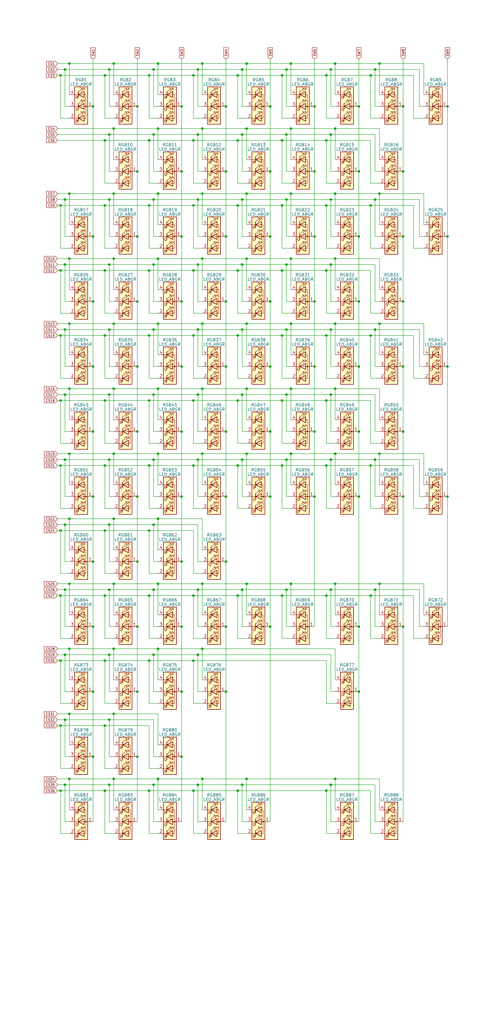
<source format=kicad_sch>
(kicad_sch (version 20211123) (generator eeschema)
  (paper "User" 215.011 440.004)
  (junction (at 192.405 45.72))
  (junction (at 46.99 169.545))
  (junction (at 135.255 157.48))
  (junction (at 40.005 129.54))
  (junction (at 64.135 227.965))
  (junction (at 173.355 213.36))
  (junction (at 142.24 337.185))
  (junction (at 29.845 83.185))
  (junction (at 45.085 172.085))
  (junction (at 48.895 278.765))
  (junction (at 64.135 144.145))
  (junction (at 29.845 194.945))
  (junction (at 64.135 32.385))
  (junction (at 173.355 157.48))
  (junction (at 40.005 325.12))
  (junction (at 40.005 269.24))
  (junction (at 173.355 73.66))
  (junction (at 163.195 83.185))
  (junction (at 26.035 32.385))
  (junction (at 123.19 141.605))
  (junction (at 45.085 32.385))
  (junction (at 104.14 85.725))
  (junction (at 83.185 172.085))
  (junction (at 144.145 334.645))
  (junction (at 48.895 111.125))
  (junction (at 45.085 283.845))
  (junction (at 159.385 200.025))
  (junction (at 142.24 85.725))
  (junction (at 29.845 27.305))
  (junction (at 144.145 83.185))
  (junction (at 116.205 45.72))
  (junction (at 78.105 269.24))
  (junction (at 85.09 337.185))
  (junction (at 45.085 339.725))
  (junction (at 64.135 116.205))
  (junction (at 26.035 144.145))
  (junction (at 27.94 253.365))
  (junction (at 64.135 200.025))
  (junction (at 64.135 255.905))
  (junction (at 67.945 278.765))
  (junction (at 154.305 297.18))
  (junction (at 154.305 213.36))
  (junction (at 135.255 73.66))
  (junction (at 102.235 144.145))
  (junction (at 78.105 45.72))
  (junction (at 83.185 283.845))
  (junction (at 45.085 311.785))
  (junction (at 83.185 339.725))
  (junction (at 159.385 144.145))
  (junction (at 64.135 283.845))
  (junction (at 83.185 60.325))
  (junction (at 85.09 113.665))
  (junction (at 106.045 167.005))
  (junction (at 59.055 269.24))
  (junction (at 78.105 297.18))
  (junction (at 140.335 339.725))
  (junction (at 86.995 55.245))
  (junction (at 97.155 213.36))
  (junction (at 27.94 197.485))
  (junction (at 48.895 222.885))
  (junction (at 27.94 169.545))
  (junction (at 85.09 85.725))
  (junction (at 161.29 141.605))
  (junction (at 154.305 269.24))
  (junction (at 85.09 29.845))
  (junction (at 102.235 172.085))
  (junction (at 116.205 101.6))
  (junction (at 66.04 197.485))
  (junction (at 66.04 169.545))
  (junction (at 66.04 225.425))
  (junction (at 106.045 27.305))
  (junction (at 121.285 116.205))
  (junction (at 64.135 88.265))
  (junction (at 173.355 129.54))
  (junction (at 86.995 167.005))
  (junction (at 64.135 339.725))
  (junction (at 86.995 250.825))
  (junction (at 125.095 167.005))
  (junction (at 29.845 334.645))
  (junction (at 67.945 167.005))
  (junction (at 125.095 55.245))
  (junction (at 85.09 253.365))
  (junction (at 59.055 185.42))
  (junction (at 106.045 250.825))
  (junction (at 97.155 45.72))
  (junction (at 83.185 116.205))
  (junction (at 48.895 194.945))
  (junction (at 46.99 197.485))
  (junction (at 26.035 116.205))
  (junction (at 123.19 113.665))
  (junction (at 29.845 167.005))
  (junction (at 66.04 57.785))
  (junction (at 67.945 83.185))
  (junction (at 159.385 88.265))
  (junction (at 78.105 73.66))
  (junction (at 66.04 29.845))
  (junction (at 142.24 113.665))
  (junction (at 123.19 85.725))
  (junction (at 78.105 241.3))
  (junction (at 142.24 253.365))
  (junction (at 140.335 116.205))
  (junction (at 102.235 339.725))
  (junction (at 78.105 157.48))
  (junction (at 29.845 222.885))
  (junction (at 142.24 197.485))
  (junction (at 46.99 309.245))
  (junction (at 40.005 45.72))
  (junction (at 102.235 200.025))
  (junction (at 46.99 141.605))
  (junction (at 45.085 227.965))
  (junction (at 142.24 29.845))
  (junction (at 97.155 73.66))
  (junction (at 163.195 27.305))
  (junction (at 106.045 334.645))
  (junction (at 135.255 129.54))
  (junction (at 48.895 167.005))
  (junction (at 125.095 27.305))
  (junction (at 48.895 139.065))
  (junction (at 29.845 250.825))
  (junction (at 104.14 337.185))
  (junction (at 85.09 141.605))
  (junction (at 125.095 250.825))
  (junction (at 78.105 325.12))
  (junction (at 26.035 255.905))
  (junction (at 161.29 197.485))
  (junction (at 97.155 185.42))
  (junction (at 144.145 250.825))
  (junction (at 85.09 57.785))
  (junction (at 173.355 101.6))
  (junction (at 67.945 334.645))
  (junction (at 86.995 139.065))
  (junction (at 116.205 185.42))
  (junction (at 86.995 83.185))
  (junction (at 45.085 116.205))
  (junction (at 97.155 129.54))
  (junction (at 102.235 255.905))
  (junction (at 83.185 32.385))
  (junction (at 83.185 200.025))
  (junction (at 192.405 101.6))
  (junction (at 116.205 129.54))
  (junction (at 104.14 141.605))
  (junction (at 26.035 311.785))
  (junction (at 67.945 55.245))
  (junction (at 144.145 167.005))
  (junction (at 45.085 60.325))
  (junction (at 59.055 241.3))
  (junction (at 27.94 85.725))
  (junction (at 161.29 253.365))
  (junction (at 121.285 144.145))
  (junction (at 142.24 169.545))
  (junction (at 59.055 157.48))
  (junction (at 59.055 101.6))
  (junction (at 192.405 157.48))
  (junction (at 104.14 197.485))
  (junction (at 26.035 283.845))
  (junction (at 85.09 197.485))
  (junction (at 86.995 278.765))
  (junction (at 154.305 73.66))
  (junction (at 46.99 337.185))
  (junction (at 106.045 194.945))
  (junction (at 135.255 45.72))
  (junction (at 66.04 113.665))
  (junction (at 78.105 129.54))
  (junction (at 123.19 197.485))
  (junction (at 59.055 73.66))
  (junction (at 102.235 60.325))
  (junction (at 154.305 185.42))
  (junction (at 144.145 55.245))
  (junction (at 59.055 297.18))
  (junction (at 83.185 88.265))
  (junction (at 27.94 29.845))
  (junction (at 48.895 306.705))
  (junction (at 48.895 27.305))
  (junction (at 26.035 339.725))
  (junction (at 116.205 73.66))
  (junction (at 102.235 116.205))
  (junction (at 46.99 85.725))
  (junction (at 48.895 334.645))
  (junction (at 78.105 213.36))
  (junction (at 159.385 32.385))
  (junction (at 46.99 225.425))
  (junction (at 173.355 45.72))
  (junction (at 192.405 213.36))
  (junction (at 125.095 139.065))
  (junction (at 26.035 200.025))
  (junction (at 67.945 111.125))
  (junction (at 83.185 144.145))
  (junction (at 140.335 255.905))
  (junction (at 173.355 269.24))
  (junction (at 123.19 253.365))
  (junction (at 45.085 88.265))
  (junction (at 29.845 139.065))
  (junction (at 29.845 278.765))
  (junction (at 104.14 169.545))
  (junction (at 45.085 144.145))
  (junction (at 27.94 337.185))
  (junction (at 123.19 169.545))
  (junction (at 140.335 144.145))
  (junction (at 121.285 32.385))
  (junction (at 106.045 139.065))
  (junction (at 159.385 255.905))
  (junction (at 163.195 194.945))
  (junction (at 140.335 172.085))
  (junction (at 66.04 253.365))
  (junction (at 85.09 169.545))
  (junction (at 154.305 45.72))
  (junction (at 163.195 139.065))
  (junction (at 116.205 269.24))
  (junction (at 27.94 281.305))
  (junction (at 121.285 172.085))
  (junction (at 125.095 111.125))
  (junction (at 40.005 297.18))
  (junction (at 66.04 85.725))
  (junction (at 27.94 309.245))
  (junction (at 104.14 113.665))
  (junction (at 116.205 157.48))
  (junction (at 48.895 250.825))
  (junction (at 40.005 241.3))
  (junction (at 104.14 29.845))
  (junction (at 46.99 29.845))
  (junction (at 123.19 57.785))
  (junction (at 135.255 101.6))
  (junction (at 78.105 101.6))
  (junction (at 116.205 213.36))
  (junction (at 106.045 55.245))
  (junction (at 97.155 269.24))
  (junction (at 59.055 213.36))
  (junction (at 26.035 172.085))
  (junction (at 102.235 32.385))
  (junction (at 78.105 185.42))
  (junction (at 144.145 194.945))
  (junction (at 173.355 185.42))
  (junction (at 104.14 253.365))
  (junction (at 86.995 334.645))
  (junction (at 27.94 141.605))
  (junction (at 142.24 57.785))
  (junction (at 45.085 255.905))
  (junction (at 59.055 129.54))
  (junction (at 154.305 101.6))
  (junction (at 102.235 88.265))
  (junction (at 46.99 253.365))
  (junction (at 154.305 157.48))
  (junction (at 29.845 111.125))
  (junction (at 97.155 157.48))
  (junction (at 121.285 88.265))
  (junction (at 154.305 129.54))
  (junction (at 48.895 83.185))
  (junction (at 40.005 157.48))
  (junction (at 106.045 111.125))
  (junction (at 67.945 222.885))
  (junction (at 144.145 139.065))
  (junction (at 161.29 85.725))
  (junction (at 144.145 111.125))
  (junction (at 64.135 172.085))
  (junction (at 161.29 29.845))
  (junction (at 40.005 185.42))
  (junction (at 46.99 57.785))
  (junction (at 83.185 255.905))
  (junction (at 85.09 281.305))
  (junction (at 67.945 194.945))
  (junction (at 106.045 83.185))
  (junction (at 67.945 27.305))
  (junction (at 140.335 200.025))
  (junction (at 26.035 227.965))
  (junction (at 97.155 297.18))
  (junction (at 59.055 45.72))
  (junction (at 67.945 139.065))
  (junction (at 40.005 213.36))
  (junction (at 125.095 194.945))
  (junction (at 140.335 88.265))
  (junction (at 144.145 27.305))
  (junction (at 45.085 200.025))
  (junction (at 135.255 185.42))
  (junction (at 140.335 32.385))
  (junction (at 142.24 141.605))
  (junction (at 121.285 200.025))
  (junction (at 59.055 325.12))
  (junction (at 26.035 88.265))
  (junction (at 86.995 111.125))
  (junction (at 163.195 250.825))
  (junction (at 123.19 29.845))
  (junction (at 97.155 101.6))
  (junction (at 66.04 281.305))
  (junction (at 27.94 113.665))
  (junction (at 40.005 101.6))
  (junction (at 66.04 141.605))
  (junction (at 135.255 213.36))
  (junction (at 27.94 225.425))
  (junction (at 121.285 255.905))
  (junction (at 48.895 55.245))
  (junction (at 46.99 113.665))
  (junction (at 104.14 57.785))
  (junction (at 121.285 60.325))
  (junction (at 140.335 60.325))
  (junction (at 66.04 337.185))
  (junction (at 46.99 281.305))
  (junction (at 29.845 306.705))
  (junction (at 67.945 250.825))
  (junction (at 97.155 241.3))
  (junction (at 125.095 83.185))
  (junction (at 64.135 60.325))
  (junction (at 86.995 27.305))
  (junction (at 86.995 194.945))
  (wire (pts (xy 27.94 197.485) (xy 46.99 197.485)))
  (wire (pts (xy 102.235 274.32) (xy 102.235 255.905)))
  (wire (pts (xy 173.355 73.66) (xy 173.355 101.6)))
  (wire (pts (xy 86.995 246.38) (xy 83.185 246.38)))
  (wire (pts (xy 123.19 85.725) (xy 142.24 85.725)))
  (wire (pts (xy 163.195 218.44) (xy 159.385 218.44)))
  (wire (pts (xy 135.255 213.36) (xy 135.255 269.24)))
  (wire (pts (xy 83.185 246.38) (xy 83.185 227.965)))
  (wire (pts (xy 163.195 124.46) (xy 163.195 111.125)))
  (wire (pts (xy 66.04 157.48) (xy 66.04 141.605)))
  (wire (pts (xy 121.285 106.68) (xy 121.285 88.265)))
  (wire (pts (xy 163.195 208.28) (xy 163.195 194.945)))
  (wire (pts (xy 163.195 269.24) (xy 161.29 269.24)))
  (wire (pts (xy 48.895 208.28) (xy 48.895 194.945)))
  (wire (pts (xy 27.94 141.605) (xy 46.99 141.605)))
  (wire (pts (xy 125.095 55.245) (xy 144.145 55.245)))
  (wire (pts (xy 125.095 134.62) (xy 121.285 134.62)))
  (wire (pts (xy 104.14 113.665) (xy 123.19 113.665)))
  (wire (pts (xy 140.335 134.62) (xy 140.335 116.205)))
  (wire (pts (xy 29.845 222.885) (xy 48.895 222.885)))
  (wire (pts (xy 29.845 111.125) (xy 24.765 111.125)))
  (wire (pts (xy 135.255 157.48) (xy 135.255 185.42)))
  (wire (pts (xy 121.285 50.8) (xy 121.285 32.385)))
  (wire (pts (xy 66.04 297.18) (xy 66.04 281.305)))
  (wire (pts (xy 140.335 339.725) (xy 159.385 339.725)))
  (wire (pts (xy 102.235 60.325) (xy 121.285 60.325)))
  (wire (pts (xy 86.995 358.14) (xy 83.185 358.14)))
  (wire (pts (xy 29.845 152.4) (xy 29.845 139.065)))
  (wire (pts (xy 64.135 106.68) (xy 64.135 88.265)))
  (wire (pts (xy 140.335 144.145) (xy 159.385 144.145)))
  (wire (pts (xy 86.995 334.645) (xy 106.045 334.645)))
  (wire (pts (xy 26.035 283.845) (xy 45.085 283.845)))
  (wire (pts (xy 86.995 45.72) (xy 85.09 45.72)))
  (wire (pts (xy 161.29 157.48) (xy 161.29 141.605)))
  (wire (pts (xy 45.085 339.725) (xy 64.135 339.725)))
  (wire (pts (xy 125.095 213.36) (xy 123.19 213.36)))
  (wire (pts (xy 163.195 139.065) (xy 182.245 139.065)))
  (wire (pts (xy 24.765 57.785) (xy 46.99 57.785)))
  (wire (pts (xy 192.405 45.72) (xy 192.405 101.6)))
  (wire (pts (xy 86.995 40.64) (xy 86.995 27.305)))
  (wire (pts (xy 121.285 88.265) (xy 140.335 88.265)))
  (wire (pts (xy 140.335 302.26) (xy 140.335 283.845)))
  (wire (pts (xy 48.895 45.72) (xy 46.99 45.72)))
  (wire (pts (xy 104.14 45.72) (xy 104.14 29.845)))
  (wire (pts (xy 173.355 129.54) (xy 173.355 157.48)))
  (wire (pts (xy 27.94 157.48) (xy 27.94 141.605)))
  (wire (pts (xy 97.155 269.24) (xy 97.155 297.18)))
  (wire (pts (xy 104.14 197.485) (xy 123.19 197.485)))
  (wire (pts (xy 125.095 45.72) (xy 123.19 45.72)))
  (wire (pts (xy 104.14 101.6) (xy 104.14 85.725)))
  (wire (pts (xy 86.995 241.3) (xy 85.09 241.3)))
  (wire (pts (xy 64.135 302.26) (xy 64.135 283.845)))
  (wire (pts (xy 26.035 339.725) (xy 45.085 339.725)))
  (wire (pts (xy 144.145 139.065) (xy 163.195 139.065)))
  (wire (pts (xy 85.09 269.24) (xy 85.09 253.365)))
  (wire (pts (xy 135.255 129.54) (xy 135.255 157.48)))
  (wire (pts (xy 40.005 101.6) (xy 40.005 129.54)))
  (wire (pts (xy 67.945 320.04) (xy 67.945 306.705)))
  (wire (pts (xy 26.035 358.14) (xy 26.035 339.725)))
  (wire (pts (xy 48.895 101.6) (xy 46.99 101.6)))
  (wire (pts (xy 27.94 85.725) (xy 24.765 85.725)))
  (wire (pts (xy 59.055 297.18) (xy 59.055 325.12)))
  (wire (pts (xy 182.245 139.065) (xy 182.245 152.4)))
  (wire (pts (xy 163.195 40.64) (xy 163.195 27.305)))
  (wire (pts (xy 29.845 358.14) (xy 26.035 358.14)))
  (wire (pts (xy 64.135 162.56) (xy 64.135 144.145)))
  (wire (pts (xy 142.24 269.24) (xy 142.24 253.365)))
  (wire (pts (xy 48.895 330.2) (xy 45.085 330.2)))
  (wire (pts (xy 125.095 218.44) (xy 121.285 218.44)))
  (wire (pts (xy 173.355 157.48) (xy 173.355 185.42)))
  (wire (pts (xy 106.045 347.98) (xy 106.045 334.645)))
  (wire (pts (xy 29.845 292.1) (xy 29.845 278.765)))
  (wire (pts (xy 24.765 60.325) (xy 45.085 60.325)))
  (wire (pts (xy 27.94 29.845) (xy 24.765 29.845)))
  (wire (pts (xy 26.035 144.145) (xy 24.765 144.145)))
  (wire (pts (xy 86.995 185.42) (xy 85.09 185.42)))
  (wire (pts (xy 85.09 337.185) (xy 104.14 337.185)))
  (wire (pts (xy 26.035 134.62) (xy 26.035 116.205)))
  (wire (pts (xy 85.09 353.06) (xy 85.09 337.185)))
  (wire (pts (xy 125.095 40.64) (xy 125.095 27.305)))
  (wire (pts (xy 106.045 124.46) (xy 106.045 111.125)))
  (wire (pts (xy 140.335 60.325) (xy 159.385 60.325)))
  (wire (pts (xy 177.8 255.905) (xy 177.8 274.32)))
  (wire (pts (xy 67.945 347.98) (xy 67.945 334.645)))
  (wire (pts (xy 48.895 274.32) (xy 45.085 274.32)))
  (wire (pts (xy 45.085 172.085) (xy 64.135 172.085)))
  (wire (pts (xy 142.24 101.6) (xy 142.24 85.725)))
  (wire (pts (xy 29.845 45.72) (xy 27.94 45.72)))
  (wire (pts (xy 85.09 169.545) (xy 104.14 169.545)))
  (wire (pts (xy 86.995 269.24) (xy 85.09 269.24)))
  (wire (pts (xy 48.895 139.065) (xy 67.945 139.065)))
  (wire (pts (xy 67.945 106.68) (xy 64.135 106.68)))
  (wire (pts (xy 46.99 225.425) (xy 66.04 225.425)))
  (wire (pts (xy 173.355 101.6) (xy 173.355 129.54)))
  (wire (pts (xy 106.045 250.825) (xy 125.095 250.825)))
  (wire (pts (xy 106.045 185.42) (xy 104.14 185.42)))
  (wire (pts (xy 67.945 278.765) (xy 86.995 278.765)))
  (wire (pts (xy 45.085 330.2) (xy 45.085 311.785)))
  (wire (pts (xy 40.005 157.48) (xy 40.005 185.42)))
  (wire (pts (xy 83.185 144.145) (xy 102.235 144.145)))
  (wire (pts (xy 26.035 144.145) (xy 45.085 144.145)))
  (wire (pts (xy 180.34 101.6) (xy 182.245 101.6)))
  (wire (pts (xy 29.845 306.705) (xy 48.895 306.705)))
  (wire (pts (xy 163.195 180.34) (xy 163.195 167.005)))
  (wire (pts (xy 163.195 106.68) (xy 159.385 106.68)))
  (wire (pts (xy 67.945 218.44) (xy 64.135 218.44)))
  (wire (pts (xy 104.14 253.365) (xy 123.19 253.365)))
  (wire (pts (xy 67.945 152.4) (xy 67.945 139.065)))
  (wire (pts (xy 144.145 78.74) (xy 140.335 78.74)))
  (wire (pts (xy 142.24 353.06) (xy 142.24 337.185)))
  (wire (pts (xy 85.09 29.845) (xy 104.14 29.845)))
  (wire (pts (xy 78.105 241.3) (xy 78.105 269.24)))
  (wire (pts (xy 40.005 297.18) (xy 40.005 325.12)))
  (wire (pts (xy 154.305 157.48) (xy 154.305 185.42)))
  (wire (pts (xy 121.285 78.74) (xy 121.285 60.325)))
  (wire (pts (xy 29.845 264.16) (xy 29.845 250.825)))
  (wire (pts (xy 40.005 25.4) (xy 40.005 45.72)))
  (wire (pts (xy 48.895 292.1) (xy 48.895 278.765)))
  (wire (pts (xy 125.095 152.4) (xy 125.095 139.065)))
  (wire (pts (xy 106.045 78.74) (xy 102.235 78.74)))
  (wire (pts (xy 97.155 157.48) (xy 97.155 185.42)))
  (wire (pts (xy 106.045 139.065) (xy 125.095 139.065)))
  (wire (pts (xy 64.135 358.14) (xy 64.135 339.725)))
  (wire (pts (xy 83.185 283.845) (xy 140.335 283.845)))
  (wire (pts (xy 106.045 96.52) (xy 106.045 83.185)))
  (wire (pts (xy 104.14 157.48) (xy 104.14 141.605)))
  (wire (pts (xy 163.195 190.5) (xy 159.385 190.5)))
  (wire (pts (xy 142.24 73.66) (xy 142.24 57.785)))
  (wire (pts (xy 48.895 222.885) (xy 67.945 222.885)))
  (wire (pts (xy 116.205 129.54) (xy 116.205 157.48)))
  (wire (pts (xy 102.235 339.725) (xy 140.335 339.725)))
  (wire (pts (xy 154.305 213.36) (xy 154.305 269.24)))
  (wire (pts (xy 29.845 27.305) (xy 24.765 27.305)))
  (wire (pts (xy 86.995 50.8) (xy 83.185 50.8)))
  (wire (pts (xy 106.045 73.66) (xy 104.14 73.66)))
  (wire (pts (xy 29.845 111.125) (xy 48.895 111.125)))
  (wire (pts (xy 48.895 246.38) (xy 45.085 246.38)))
  (wire (pts (xy 163.195 250.825) (xy 182.245 250.825)))
  (wire (pts (xy 29.845 274.32) (xy 26.035 274.32)))
  (wire (pts (xy 67.945 162.56) (xy 64.135 162.56)))
  (wire (pts (xy 26.035 32.385) (xy 24.765 32.385)))
  (wire (pts (xy 140.335 78.74) (xy 140.335 60.325)))
  (wire (pts (xy 29.845 302.26) (xy 26.035 302.26)))
  (wire (pts (xy 106.045 213.36) (xy 104.14 213.36)))
  (wire (pts (xy 106.045 106.68) (xy 102.235 106.68)))
  (wire (pts (xy 48.895 218.44) (xy 45.085 218.44)))
  (wire (pts (xy 45.085 50.8) (xy 45.085 32.385)))
  (wire (pts (xy 59.055 101.6) (xy 59.055 129.54)))
  (wire (pts (xy 180.34 213.36) (xy 182.245 213.36)))
  (wire (pts (xy 67.945 78.74) (xy 64.135 78.74)))
  (wire (pts (xy 27.94 29.845) (xy 46.99 29.845)))
  (wire (pts (xy 161.29 253.365) (xy 180.34 253.365)))
  (wire (pts (xy 78.105 185.42) (xy 78.105 213.36)))
  (wire (pts (xy 144.145 167.005) (xy 163.195 167.005)))
  (wire (pts (xy 140.335 106.68) (xy 140.335 88.265)))
  (wire (pts (xy 182.245 194.945) (xy 182.245 208.28)))
  (wire (pts (xy 45.085 190.5) (xy 45.085 172.085)))
  (wire (pts (xy 46.99 197.485) (xy 66.04 197.485)))
  (wire (pts (xy 140.335 50.8) (xy 140.335 32.385)))
  (wire (pts (xy 83.185 88.265) (xy 102.235 88.265)))
  (wire (pts (xy 67.945 157.48) (xy 66.04 157.48)))
  (wire (pts (xy 104.14 141.605) (xy 123.19 141.605)))
  (wire (pts (xy 78.105 325.12) (xy 78.105 353.06)))
  (wire (pts (xy 29.845 83.185) (xy 24.765 83.185)))
  (wire (pts (xy 163.195 152.4) (xy 163.195 139.065)))
  (wire (pts (xy 27.94 45.72) (xy 27.94 29.845)))
  (wire (pts (xy 106.045 194.945) (xy 125.095 194.945)))
  (wire (pts (xy 144.145 274.32) (xy 140.335 274.32)))
  (wire (pts (xy 83.185 339.725) (xy 102.235 339.725)))
  (wire (pts (xy 83.185 116.205) (xy 102.235 116.205)))
  (wire (pts (xy 85.09 281.305) (xy 142.24 281.305)))
  (wire (pts (xy 26.035 339.725) (xy 24.765 339.725)))
  (wire (pts (xy 106.045 129.54) (xy 104.14 129.54)))
  (wire (pts (xy 154.305 101.6) (xy 154.305 129.54)))
  (wire (pts (xy 29.845 40.64) (xy 29.845 27.305)))
  (wire (pts (xy 102.235 134.62) (xy 102.235 116.205)))
  (wire (pts (xy 144.145 129.54) (xy 142.24 129.54)))
  (wire (pts (xy 66.04 141.605) (xy 85.09 141.605)))
  (wire (pts (xy 27.94 241.3) (xy 27.94 225.425)))
  (wire (pts (xy 26.035 218.44) (xy 26.035 200.025)))
  (wire (pts (xy 182.245 250.825) (xy 182.245 264.16)))
  (wire (pts (xy 86.995 96.52) (xy 86.995 83.185)))
  (wire (pts (xy 67.945 101.6) (xy 66.04 101.6)))
  (wire (pts (xy 144.145 213.36) (xy 142.24 213.36)))
  (wire (pts (xy 135.255 25.4) (xy 135.255 45.72)))
  (wire (pts (xy 67.945 45.72) (xy 66.04 45.72)))
  (wire (pts (xy 48.895 78.74) (xy 45.085 78.74)))
  (wire (pts (xy 154.305 269.24) (xy 154.305 297.18)))
  (wire (pts (xy 29.845 241.3) (xy 27.94 241.3)))
  (wire (pts (xy 66.04 325.12) (xy 66.04 309.245)))
  (wire (pts (xy 64.135 134.62) (xy 64.135 116.205)))
  (wire (pts (xy 125.095 194.945) (xy 144.145 194.945)))
  (wire (pts (xy 121.285 134.62) (xy 121.285 116.205)))
  (wire (pts (xy 29.845 334.645) (xy 48.895 334.645)))
  (wire (pts (xy 180.34 85.725) (xy 180.34 101.6)))
  (wire (pts (xy 97.155 213.36) (xy 97.155 241.3)))
  (wire (pts (xy 59.055 129.54) (xy 59.055 157.48)))
  (wire (pts (xy 140.335 172.085) (xy 159.385 172.085)))
  (wire (pts (xy 64.135 200.025) (xy 83.185 200.025)))
  (wire (pts (xy 144.145 40.64) (xy 144.145 27.305)))
  (wire (pts (xy 27.94 309.245) (xy 24.765 309.245)))
  (wire (pts (xy 116.205 185.42) (xy 116.205 213.36)))
  (wire (pts (xy 86.995 101.6) (xy 85.09 101.6)))
  (wire (pts (xy 140.335 190.5) (xy 140.335 172.085)))
  (wire (pts (xy 85.09 185.42) (xy 85.09 169.545)))
  (wire (pts (xy 29.845 167.005) (xy 48.895 167.005)))
  (wire (pts (xy 67.945 190.5) (xy 64.135 190.5)))
  (wire (pts (xy 159.385 32.385) (xy 177.8 32.385)))
  (wire (pts (xy 78.105 157.48) (xy 78.105 185.42)))
  (wire (pts (xy 66.04 337.185) (xy 85.09 337.185)))
  (wire (pts (xy 163.195 157.48) (xy 161.29 157.48)))
  (wire (pts (xy 78.105 25.4) (xy 78.105 45.72)))
  (wire (pts (xy 163.195 353.06) (xy 161.29 353.06)))
  (wire (pts (xy 46.99 169.545) (xy 66.04 169.545)))
  (wire (pts (xy 29.845 334.645) (xy 24.765 334.645)))
  (wire (pts (xy 192.405 101.6) (xy 192.405 157.48)))
  (wire (pts (xy 106.045 167.005) (xy 125.095 167.005)))
  (wire (pts (xy 116.205 73.66) (xy 116.205 101.6)))
  (wire (pts (xy 64.135 339.725) (xy 83.185 339.725)))
  (wire (pts (xy 40.005 185.42) (xy 40.005 213.36)))
  (wire (pts (xy 106.045 218.44) (xy 102.235 218.44)))
  (wire (pts (xy 86.995 297.18) (xy 85.09 297.18)))
  (wire (pts (xy 123.19 141.605) (xy 142.24 141.605)))
  (wire (pts (xy 29.845 246.38) (xy 26.035 246.38)))
  (wire (pts (xy 116.205 269.24) (xy 116.205 353.06)))
  (wire (pts (xy 29.845 222.885) (xy 24.765 222.885)))
  (wire (pts (xy 29.845 106.68) (xy 26.035 106.68)))
  (wire (pts (xy 163.195 129.54) (xy 161.29 129.54)))
  (wire (pts (xy 163.195 83.185) (xy 182.245 83.185)))
  (wire (pts (xy 85.09 141.605) (xy 104.14 141.605)))
  (wire (pts (xy 123.19 253.365) (xy 142.24 253.365)))
  (wire (pts (xy 40.005 325.12) (xy 40.005 353.06)))
  (wire (pts (xy 125.095 139.065) (xy 144.145 139.065)))
  (wire (pts (xy 26.035 88.265) (xy 45.085 88.265)))
  (wire (pts (xy 66.04 253.365) (xy 85.09 253.365)))
  (wire (pts (xy 125.095 208.28) (xy 125.095 194.945)))
  (wire (pts (xy 144.145 194.945) (xy 163.195 194.945)))
  (wire (pts (xy 173.355 45.72) (xy 173.355 73.66)))
  (wire (pts (xy 27.94 113.665) (xy 46.99 113.665)))
  (wire (pts (xy 85.09 253.365) (xy 104.14 253.365)))
  (wire (pts (xy 140.335 32.385) (xy 159.385 32.385)))
  (wire (pts (xy 67.945 302.26) (xy 64.135 302.26)))
  (wire (pts (xy 45.085 162.56) (xy 45.085 144.145)))
  (wire (pts (xy 67.945 185.42) (xy 66.04 185.42)))
  (wire (pts (xy 86.995 347.98) (xy 86.995 334.645)))
  (wire (pts (xy 85.09 57.785) (xy 104.14 57.785)))
  (wire (pts (xy 125.095 96.52) (xy 125.095 83.185)))
  (wire (pts (xy 104.14 213.36) (xy 104.14 197.485)))
  (wire (pts (xy 123.19 185.42) (xy 123.19 169.545)))
  (wire (pts (xy 123.19 213.36) (xy 123.19 197.485)))
  (wire (pts (xy 83.185 60.325) (xy 102.235 60.325)))
  (wire (pts (xy 66.04 225.425) (xy 85.09 225.425)))
  (wire (pts (xy 29.845 320.04) (xy 29.845 306.705)))
  (wire (pts (xy 125.095 50.8) (xy 121.285 50.8)))
  (wire (pts (xy 46.99 129.54) (xy 46.99 113.665)))
  (wire (pts (xy 125.095 250.825) (xy 144.145 250.825)))
  (wire (pts (xy 140.335 255.905) (xy 159.385 255.905)))
  (wire (pts (xy 27.94 141.605) (xy 24.765 141.605)))
  (wire (pts (xy 26.035 106.68) (xy 26.035 88.265)))
  (wire (pts (xy 46.99 73.66) (xy 46.99 57.785)))
  (wire (pts (xy 46.99 325.12) (xy 46.99 309.245)))
  (wire (pts (xy 45.085 311.785) (xy 64.135 311.785)))
  (wire (pts (xy 163.195 78.74) (xy 159.385 78.74)))
  (wire (pts (xy 104.14 57.785) (xy 123.19 57.785)))
  (wire (pts (xy 173.355 25.4) (xy 173.355 45.72)))
  (wire (pts (xy 83.185 302.26) (xy 83.185 283.845)))
  (wire (pts (xy 26.035 311.785) (xy 24.765 311.785)))
  (wire (pts (xy 48.895 55.245) (xy 67.945 55.245)))
  (wire (pts (xy 29.845 83.185) (xy 48.895 83.185)))
  (wire (pts (xy 142.24 337.185) (xy 161.29 337.185)))
  (wire (pts (xy 85.09 113.665) (xy 104.14 113.665)))
  (wire (pts (xy 29.845 180.34) (xy 29.845 167.005)))
  (wire (pts (xy 26.035 311.785) (xy 45.085 311.785)))
  (wire (pts (xy 192.405 213.36) (xy 192.405 269.24)))
  (wire (pts (xy 159.385 274.32) (xy 159.385 255.905)))
  (wire (pts (xy 48.895 241.3) (xy 46.99 241.3)))
  (wire (pts (xy 86.995 353.06) (xy 85.09 353.06)))
  (wire (pts (xy 66.04 185.42) (xy 66.04 169.545)))
  (wire (pts (xy 86.995 264.16) (xy 86.995 250.825)))
  (wire (pts (xy 177.8 32.385) (xy 177.8 50.8)))
  (wire (pts (xy 159.385 144.145) (xy 177.8 144.145)))
  (wire (pts (xy 144.145 208.28) (xy 144.145 194.945)))
  (wire (pts (xy 27.94 281.305) (xy 24.765 281.305)))
  (wire (pts (xy 144.145 347.98) (xy 144.145 334.645)))
  (wire (pts (xy 135.255 45.72) (xy 135.255 73.66)))
  (wire (pts (xy 123.19 157.48) (xy 123.19 141.605)))
  (wire (pts (xy 125.095 78.74) (xy 121.285 78.74)))
  (wire (pts (xy 78.105 45.72) (xy 78.105 73.66)))
  (wire (pts (xy 154.305 45.72) (xy 154.305 73.66)))
  (wire (pts (xy 48.895 320.04) (xy 48.895 306.705)))
  (wire (pts (xy 161.29 197.485) (xy 180.34 197.485)))
  (wire (pts (xy 104.14 129.54) (xy 104.14 113.665)))
  (wire (pts (xy 27.94 85.725) (xy 46.99 85.725)))
  (wire (pts (xy 46.99 185.42) (xy 46.99 169.545)))
  (wire (pts (xy 45.085 358.14) (xy 45.085 339.725)))
  (wire (pts (xy 64.135 274.32) (xy 64.135 255.905)))
  (wire (pts (xy 173.355 213.36) (xy 173.355 269.24)))
  (wire (pts (xy 106.045 68.58) (xy 106.045 55.245)))
  (wire (pts (xy 67.945 353.06) (xy 66.04 353.06)))
  (wire (pts (xy 159.385 358.14) (xy 159.385 339.725)))
  (wire (pts (xy 86.995 162.56) (xy 83.185 162.56)))
  (wire (pts (xy 66.04 353.06) (xy 66.04 337.185)))
  (wire (pts (xy 106.045 83.185) (xy 125.095 83.185)))
  (wire (pts (xy 46.99 241.3) (xy 46.99 225.425)))
  (wire (pts (xy 67.945 139.065) (xy 86.995 139.065)))
  (wire (pts (xy 27.94 297.18) (xy 27.94 281.305)))
  (wire (pts (xy 67.945 241.3) (xy 66.04 241.3)))
  (wire (pts (xy 86.995 134.62) (xy 83.185 134.62)))
  (wire (pts (xy 104.14 73.66) (xy 104.14 57.785)))
  (wire (pts (xy 97.155 129.54) (xy 97.155 157.48)))
  (wire (pts (xy 163.195 68.58) (xy 163.195 55.245)))
  (wire (pts (xy 67.945 213.36) (xy 66.04 213.36)))
  (wire (pts (xy 159.385 106.68) (xy 159.385 88.265)))
  (wire (pts (xy 26.035 200.025) (xy 45.085 200.025)))
  (wire (pts (xy 67.945 334.645) (xy 86.995 334.645)))
  (wire (pts (xy 125.095 162.56) (xy 121.285 162.56)))
  (wire (pts (xy 123.19 45.72) (xy 123.19 29.845)))
  (wire (pts (xy 27.94 169.545) (xy 24.765 169.545)))
  (wire (pts (xy 159.385 78.74) (xy 159.385 60.325)))
  (wire (pts (xy 29.845 218.44) (xy 26.035 218.44)))
  (wire (pts (xy 45.085 283.845) (xy 64.135 283.845)))
  (wire (pts (xy 66.04 45.72) (xy 66.04 29.845)))
  (wire (pts (xy 85.09 297.18) (xy 85.09 281.305)))
  (wire (pts (xy 142.24 185.42) (xy 142.24 169.545)))
  (wire (pts (xy 142.24 85.725) (xy 161.29 85.725)))
  (wire (pts (xy 67.945 111.125) (xy 86.995 111.125)))
  (wire (pts (xy 29.845 194.945) (xy 48.895 194.945)))
  (wire (pts (xy 66.04 213.36) (xy 66.04 197.485)))
  (wire (pts (xy 106.045 157.48) (xy 104.14 157.48)))
  (wire (pts (xy 67.945 250.825) (xy 86.995 250.825)))
  (wire (pts (xy 40.005 241.3) (xy 40.005 269.24)))
  (wire (pts (xy 106.045 208.28) (xy 106.045 194.945)))
  (wire (pts (xy 59.055 325.12) (xy 59.055 353.06)))
  (wire (pts (xy 106.045 134.62) (xy 102.235 134.62)))
  (wire (pts (xy 121.285 218.44) (xy 121.285 200.025)))
  (wire (pts (xy 142.24 197.485) (xy 161.29 197.485)))
  (wire (pts (xy 144.145 106.68) (xy 140.335 106.68)))
  (wire (pts (xy 85.09 157.48) (xy 85.09 141.605)))
  (wire (pts (xy 86.995 83.185) (xy 106.045 83.185)))
  (wire (pts (xy 102.235 144.145) (xy 121.285 144.145)))
  (wire (pts (xy 67.945 236.22) (xy 67.945 222.885)))
  (wire (pts (xy 106.045 264.16) (xy 106.045 250.825)))
  (wire (pts (xy 102.235 255.905) (xy 121.285 255.905)))
  (wire (pts (xy 86.995 111.125) (xy 106.045 111.125)))
  (wire (pts (xy 144.145 73.66) (xy 142.24 73.66)))
  (wire (pts (xy 106.045 269.24) (xy 104.14 269.24)))
  (wire (pts (xy 180.34 253.365) (xy 180.34 269.24)))
  (wire (pts (xy 67.945 297.18) (xy 66.04 297.18)))
  (wire (pts (xy 45.085 218.44) (xy 45.085 200.025)))
  (wire (pts (xy 26.035 190.5) (xy 26.035 172.085)))
  (wire (pts (xy 106.045 353.06) (xy 104.14 353.06)))
  (wire (pts (xy 26.035 88.265) (xy 24.765 88.265)))
  (wire (pts (xy 142.24 157.48) (xy 142.24 141.605)))
  (wire (pts (xy 26.035 116.205) (xy 45.085 116.205)))
  (wire (pts (xy 48.895 334.645) (xy 67.945 334.645)))
  (wire (pts (xy 64.135 32.385) (xy 83.185 32.385)))
  (wire (pts (xy 86.995 139.065) (xy 106.045 139.065)))
  (wire (pts (xy 45.085 227.965) (xy 64.135 227.965)))
  (wire (pts (xy 144.145 297.18) (xy 142.24 297.18)))
  (wire (pts (xy 46.99 269.24) (xy 46.99 253.365)))
  (wire (pts (xy 125.095 68.58) (xy 125.095 55.245)))
  (wire (pts (xy 67.945 208.28) (xy 67.945 194.945)))
  (wire (pts (xy 26.035 255.905) (xy 45.085 255.905)))
  (wire (pts (xy 59.055 269.24) (xy 59.055 297.18)))
  (wire (pts (xy 97.155 297.18) (xy 97.155 353.06)))
  (wire (pts (xy 67.945 222.885) (xy 86.995 222.885)))
  (wire (pts (xy 64.135 330.2) (xy 64.135 311.785)))
  (wire (pts (xy 66.04 57.785) (xy 85.09 57.785)))
  (wire (pts (xy 177.8 88.265) (xy 177.8 106.68)))
  (wire (pts (xy 116.205 45.72) (xy 116.205 73.66)))
  (wire (pts (xy 48.895 96.52) (xy 48.895 83.185)))
  (wire (pts (xy 159.385 218.44) (xy 159.385 200.025)))
  (wire (pts (xy 78.105 73.66) (xy 78.105 101.6)))
  (wire (pts (xy 104.14 185.42) (xy 104.14 169.545)))
  (wire (pts (xy 27.94 337.185) (xy 46.99 337.185)))
  (wire (pts (xy 144.145 83.185) (xy 163.195 83.185)))
  (wire (pts (xy 78.105 213.36) (xy 78.105 241.3)))
  (wire (pts (xy 67.945 194.945) (xy 86.995 194.945)))
  (wire (pts (xy 125.095 167.005) (xy 144.145 167.005)))
  (wire (pts (xy 104.14 269.24) (xy 104.14 253.365)))
  (wire (pts (xy 83.185 50.8) (xy 83.185 32.385)))
  (wire (pts (xy 86.995 218.44) (xy 83.185 218.44)))
  (wire (pts (xy 180.34 141.605) (xy 180.34 157.48)))
  (wire (pts (xy 48.895 213.36) (xy 46.99 213.36)))
  (wire (pts (xy 67.945 274.32) (xy 64.135 274.32)))
  (wire (pts (xy 27.94 129.54) (xy 27.94 113.665)))
  (wire (pts (xy 123.19 73.66) (xy 123.19 57.785)))
  (wire (pts (xy 29.845 278.765) (xy 24.765 278.765)))
  (wire (pts (xy 154.305 185.42) (xy 154.305 213.36)))
  (wire (pts (xy 161.29 29.845) (xy 180.34 29.845)))
  (wire (pts (xy 154.305 129.54) (xy 154.305 157.48)))
  (wire (pts (xy 66.04 129.54) (xy 66.04 113.665)))
  (wire (pts (xy 121.285 32.385) (xy 140.335 32.385)))
  (wire (pts (xy 86.995 292.1) (xy 86.995 278.765)))
  (wire (pts (xy 48.895 353.06) (xy 46.99 353.06)))
  (wire (pts (xy 29.845 278.765) (xy 48.895 278.765)))
  (wire (pts (xy 67.945 50.8) (xy 64.135 50.8)))
  (wire (pts (xy 159.385 162.56) (xy 159.385 144.145)))
  (wire (pts (xy 125.095 185.42) (xy 123.19 185.42)))
  (wire (pts (xy 46.99 113.665) (xy 66.04 113.665)))
  (wire (pts (xy 106.045 111.125) (xy 125.095 111.125)))
  (wire (pts (xy 97.155 185.42) (xy 97.155 213.36)))
  (wire (pts (xy 177.8 274.32) (xy 182.245 274.32)))
  (wire (pts (xy 29.845 306.705) (xy 24.765 306.705)))
  (wire (pts (xy 66.04 269.24) (xy 66.04 253.365)))
  (wire (pts (xy 123.19 29.845) (xy 142.24 29.845)))
  (wire (pts (xy 163.195 274.32) (xy 159.385 274.32)))
  (wire (pts (xy 29.845 129.54) (xy 27.94 129.54)))
  (wire (pts (xy 46.99 213.36) (xy 46.99 197.485)))
  (wire (pts (xy 123.19 169.545) (xy 142.24 169.545)))
  (wire (pts (xy 59.055 213.36) (xy 59.055 241.3)))
  (wire (pts (xy 67.945 83.185) (xy 86.995 83.185)))
  (wire (pts (xy 144.145 218.44) (xy 140.335 218.44)))
  (wire (pts (xy 180.34 269.24) (xy 182.245 269.24)))
  (wire (pts (xy 48.895 83.185) (xy 67.945 83.185)))
  (wire (pts (xy 177.8 162.56) (xy 182.245 162.56)))
  (wire (pts (xy 67.945 264.16) (xy 67.945 250.825)))
  (wire (pts (xy 97.155 241.3) (xy 97.155 269.24)))
  (wire (pts (xy 45.085 302.26) (xy 45.085 283.845)))
  (wire (pts (xy 26.035 200.025) (xy 24.765 200.025)))
  (wire (pts (xy 104.14 85.725) (xy 123.19 85.725)))
  (wire (pts (xy 64.135 255.905) (xy 83.185 255.905)))
  (wire (pts (xy 104.14 353.06) (xy 104.14 337.185)))
  (wire (pts (xy 64.135 60.325) (xy 83.185 60.325)))
  (wire (pts (xy 85.09 197.485) (xy 104.14 197.485)))
  (wire (pts (xy 106.045 40.64) (xy 106.045 27.305)))
  (wire (pts (xy 123.19 113.665) (xy 142.24 113.665)))
  (wire (pts (xy 125.095 190.5) (xy 121.285 190.5)))
  (wire (pts (xy 86.995 236.22) (xy 86.995 222.885)))
  (wire (pts (xy 40.005 45.72) (xy 40.005 101.6)))
  (wire (pts (xy 125.095 124.46) (xy 125.095 111.125)))
  (wire (pts (xy 159.385 88.265) (xy 177.8 88.265)))
  (wire (pts (xy 78.105 129.54) (xy 78.105 157.48)))
  (wire (pts (xy 142.24 297.18) (xy 142.24 281.305)))
  (wire (pts (xy 66.04 85.725) (xy 85.09 85.725)))
  (wire (pts (xy 48.895 358.14) (xy 45.085 358.14)))
  (wire (pts (xy 29.845 139.065) (xy 24.765 139.065)))
  (wire (pts (xy 86.995 106.68) (xy 83.185 106.68)))
  (wire (pts (xy 26.035 283.845) (xy 24.765 283.845)))
  (wire (pts (xy 86.995 73.66) (xy 85.09 73.66)))
  (wire (pts (xy 159.385 50.8) (xy 159.385 32.385)))
  (wire (pts (xy 86.995 129.54) (xy 85.09 129.54)))
  (wire (pts (xy 85.09 213.36) (xy 85.09 197.485)))
  (wire (pts (xy 121.285 60.325) (xy 140.335 60.325)))
  (wire (pts (xy 97.155 73.66) (xy 97.155 101.6)))
  (wire (pts (xy 97.155 25.4) (xy 97.155 45.72)))
  (wire (pts (xy 46.99 141.605) (xy 66.04 141.605)))
  (wire (pts (xy 45.085 60.325) (xy 64.135 60.325)))
  (wire (pts (xy 163.195 50.8) (xy 159.385 50.8)))
  (wire (pts (xy 64.135 172.085) (xy 83.185 172.085)))
  (wire (pts (xy 85.09 241.3) (xy 85.09 225.425)))
  (wire (pts (xy 135.255 73.66) (xy 135.255 101.6)))
  (wire (pts (xy 180.34 197.485) (xy 180.34 213.36)))
  (wire (pts (xy 144.145 264.16) (xy 144.145 250.825)))
  (wire (pts (xy 27.94 225.425) (xy 24.765 225.425)))
  (wire (pts (xy 66.04 113.665) (xy 85.09 113.665)))
  (wire (pts (xy 29.845 347.98) (xy 29.845 334.645)))
  (wire (pts (xy 66.04 73.66) (xy 66.04 57.785)))
  (wire (pts (xy 48.895 269.24) (xy 46.99 269.24)))
  (wire (pts (xy 161.29 73.66) (xy 161.29 57.785)))
  (wire (pts (xy 144.145 157.48) (xy 142.24 157.48)))
  (wire (pts (xy 78.105 269.24) (xy 78.105 297.18)))
  (wire (pts (xy 46.99 281.305) (xy 66.04 281.305)))
  (wire (pts (xy 45.085 32.385) (xy 64.135 32.385)))
  (wire (pts (xy 64.135 246.38) (xy 64.135 227.965)))
  (wire (pts (xy 125.095 27.305) (xy 144.145 27.305)))
  (wire (pts (xy 144.145 334.645) (xy 163.195 334.645)))
  (wire (pts (xy 144.145 250.825) (xy 163.195 250.825)))
  (wire (pts (xy 83.185 134.62) (xy 83.185 116.205)))
  (wire (pts (xy 66.04 281.305) (xy 85.09 281.305)))
  (wire (pts (xy 163.195 264.16) (xy 163.195 250.825)))
  (wire (pts (xy 46.99 353.06) (xy 46.99 337.185)))
  (wire (pts (xy 48.895 347.98) (xy 48.895 334.645)))
  (wire (pts (xy 154.305 297.18) (xy 154.305 353.06)))
  (wire (pts (xy 27.94 101.6) (xy 27.94 85.725)))
  (wire (pts (xy 144.145 101.6) (xy 142.24 101.6)))
  (wire (pts (xy 140.335 88.265) (xy 159.385 88.265)))
  (wire (pts (xy 163.195 73.66) (xy 161.29 73.66)))
  (wire (pts (xy 83.185 200.025) (xy 102.235 200.025)))
  (wire (pts (xy 135.255 185.42) (xy 135.255 213.36)))
  (wire (pts (xy 86.995 278.765) (xy 144.145 278.765)))
  (wire (pts (xy 116.205 213.36) (xy 116.205 269.24)))
  (wire (pts (xy 144.145 152.4) (xy 144.145 139.065)))
  (wire (pts (xy 27.94 325.12) (xy 27.94 309.245)))
  (wire (pts (xy 29.845 190.5) (xy 26.035 190.5)))
  (wire (pts (xy 64.135 50.8) (xy 64.135 32.385)))
  (wire (pts (xy 48.895 157.48) (xy 46.99 157.48)))
  (wire (pts (xy 144.145 45.72) (xy 142.24 45.72)))
  (wire (pts (xy 29.845 27.305) (xy 48.895 27.305)))
  (wire (pts (xy 29.845 124.46) (xy 29.845 111.125)))
  (wire (pts (xy 125.095 129.54) (xy 123.19 129.54)))
  (wire (pts (xy 85.09 101.6) (xy 85.09 85.725)))
  (wire (pts (xy 125.095 264.16) (xy 125.095 250.825)))
  (wire (pts (xy 144.145 134.62) (xy 140.335 134.62)))
  (wire (pts (xy 106.045 190.5) (xy 102.235 190.5)))
  (wire (pts (xy 144.145 124.46) (xy 144.145 111.125)))
  (wire (pts (xy 66.04 197.485) (xy 85.09 197.485)))
  (wire (pts (xy 102.235 162.56) (xy 102.235 144.145)))
  (wire (pts (xy 48.895 134.62) (xy 45.085 134.62)))
  (wire (pts (xy 159.385 190.5) (xy 159.385 172.085)))
  (wire (pts (xy 121.285 255.905) (xy 140.335 255.905)))
  (wire (pts (xy 102.235 78.74) (xy 102.235 60.325)))
  (wire (pts (xy 142.24 57.785) (xy 161.29 57.785)))
  (wire (pts (xy 125.095 157.48) (xy 123.19 157.48)))
  (wire (pts (xy 104.14 29.845) (xy 123.19 29.845)))
  (wire (pts (xy 26.035 172.085) (xy 24.765 172.085)))
  (wire (pts (xy 123.19 129.54) (xy 123.19 113.665)))
  (wire (pts (xy 125.095 73.66) (xy 123.19 73.66)))
  (wire (pts (xy 177.8 144.145) (xy 177.8 162.56)))
  (wire (pts (xy 163.195 213.36) (xy 161.29 213.36)))
  (wire (pts (xy 86.995 194.945) (xy 106.045 194.945)))
  (wire (pts (xy 83.185 32.385) (xy 102.235 32.385)))
  (wire (pts (xy 104.14 169.545) (xy 123.19 169.545)))
  (wire (pts (xy 161.29 101.6) (xy 161.29 85.725)))
  (wire (pts (xy 140.335 116.205) (xy 159.385 116.205)))
  (wire (pts (xy 154.305 73.66) (xy 154.305 101.6)))
  (wire (pts (xy 40.005 213.36) (xy 40.005 241.3)))
  (wire (pts (xy 125.095 83.185) (xy 144.145 83.185)))
  (wire (pts (xy 177.8 106.68) (xy 182.245 106.68)))
  (wire (pts (xy 64.135 116.205) (xy 83.185 116.205)))
  (wire (pts (xy 26.035 172.085) (xy 45.085 172.085)))
  (wire (pts (xy 159.385 255.905) (xy 177.8 255.905)))
  (wire (pts (xy 180.34 29.845) (xy 180.34 45.72)))
  (wire (pts (xy 140.335 162.56) (xy 140.335 144.145)))
  (wire (pts (xy 67.945 96.52) (xy 67.945 83.185)))
  (wire (pts (xy 48.895 194.945) (xy 67.945 194.945)))
  (wire (pts (xy 144.145 190.5) (xy 140.335 190.5)))
  (wire (pts (xy 45.085 274.32) (xy 45.085 255.905)))
  (wire (pts (xy 59.055 73.66) (xy 59.055 101.6)))
  (wire (pts (xy 29.845 330.2) (xy 26.035 330.2)))
  (wire (pts (xy 67.945 27.305) (xy 86.995 27.305)))
  (wire (pts (xy 29.845 208.28) (xy 29.845 194.945)))
  (wire (pts (xy 27.94 225.425) (xy 46.99 225.425)))
  (wire (pts (xy 163.195 27.305) (xy 182.245 27.305)))
  (wire (pts (xy 161.29 269.24) (xy 161.29 253.365)))
  (wire (pts (xy 159.385 200.025) (xy 177.8 200.025)))
  (wire (pts (xy 40.005 129.54) (xy 40.005 157.48)))
  (wire (pts (xy 46.99 253.365) (xy 66.04 253.365)))
  (wire (pts (xy 29.845 134.62) (xy 26.035 134.62)))
  (wire (pts (xy 102.235 116.205) (xy 121.285 116.205)))
  (wire (pts (xy 86.995 213.36) (xy 85.09 213.36)))
  (wire (pts (xy 48.895 129.54) (xy 46.99 129.54)))
  (wire (pts (xy 29.845 213.36) (xy 27.94 213.36)))
  (wire (pts (xy 144.145 27.305) (xy 163.195 27.305)))
  (wire (pts (xy 48.895 185.42) (xy 46.99 185.42)))
  (wire (pts (xy 26.035 227.965) (xy 45.085 227.965)))
  (wire (pts (xy 46.99 29.845) (xy 66.04 29.845)))
  (wire (pts (xy 121.285 162.56) (xy 121.285 144.145)))
  (wire (pts (xy 45.085 255.905) (xy 64.135 255.905)))
  (wire (pts (xy 159.385 134.62) (xy 159.385 116.205)))
  (wire (pts (xy 29.845 250.825) (xy 24.765 250.825)))
  (wire (pts (xy 116.205 157.48) (xy 116.205 185.42)))
  (wire (pts (xy 86.995 180.34) (xy 86.995 167.005)))
  (wire (pts (xy 45.085 144.145) (xy 64.135 144.145)))
  (wire (pts (xy 64.135 227.965) (xy 83.185 227.965)))
  (wire (pts (xy 29.845 157.48) (xy 27.94 157.48)))
  (wire (pts (xy 27.94 309.245) (xy 46.99 309.245)))
  (wire (pts (xy 140.335 358.14) (xy 140.335 339.725)))
  (wire (pts (xy 29.845 325.12) (xy 27.94 325.12)))
  (wire (pts (xy 161.29 129.54) (xy 161.29 113.665)))
  (wire (pts (xy 177.8 200.025) (xy 177.8 218.44)))
  (wire (pts (xy 86.995 250.825) (xy 106.045 250.825)))
  (wire (pts (xy 123.19 197.485) (xy 142.24 197.485)))
  (wire (pts (xy 83.185 162.56) (xy 83.185 144.145)))
  (wire (pts (xy 67.945 129.54) (xy 66.04 129.54)))
  (wire (pts (xy 121.285 190.5) (xy 121.285 172.085)))
  (wire (pts (xy 102.235 358.14) (xy 102.235 339.725)))
  (wire (pts (xy 64.135 144.145) (xy 83.185 144.145)))
  (wire (pts (xy 67.945 330.2) (xy 64.135 330.2)))
  (wire (pts (xy 26.035 116.205) (xy 24.765 116.205)))
  (wire (pts (xy 140.335 274.32) (xy 140.335 255.905)))
  (wire (pts (xy 26.035 274.32) (xy 26.035 255.905)))
  (wire (pts (xy 106.045 55.245) (xy 125.095 55.245)))
  (wire (pts (xy 48.895 302.26) (xy 45.085 302.26)))
  (wire (pts (xy 144.145 180.34) (xy 144.145 167.005)))
  (wire (pts (xy 24.765 55.245) (xy 48.895 55.245)))
  (wire (pts (xy 46.99 337.185) (xy 66.04 337.185)))
  (wire (pts (xy 67.945 246.38) (xy 64.135 246.38)))
  (wire (pts (xy 83.185 255.905) (xy 102.235 255.905)))
  (wire (pts (xy 192.405 25.4) (xy 192.405 45.72)))
  (wire (pts (xy 142.24 213.36) (xy 142.24 197.485)))
  (wire (pts (xy 48.895 27.305) (xy 67.945 27.305)))
  (wire (pts (xy 161.29 185.42) (xy 161.29 169.545)))
  (wire (pts (xy 142.24 45.72) (xy 142.24 29.845)))
  (wire (pts (xy 48.895 73.66) (xy 46.99 73.66)))
  (wire (pts (xy 135.255 101.6) (xy 135.255 129.54)))
  (wire (pts (xy 182.245 83.185) (xy 182.245 96.52)))
  (wire (pts (xy 125.095 101.6) (xy 123.19 101.6)))
  (wire (pts (xy 106.045 334.645) (xy 144.145 334.645)))
  (wire (pts (xy 144.145 111.125) (xy 163.195 111.125)))
  (wire (pts (xy 125.095 180.34) (xy 125.095 167.005)))
  (wire (pts (xy 144.145 162.56) (xy 140.335 162.56)))
  (wire (pts (xy 48.895 124.46) (xy 48.895 111.125)))
  (wire (pts (xy 163.195 185.42) (xy 161.29 185.42)))
  (wire (pts (xy 142.24 29.845) (xy 161.29 29.845)))
  (wire (pts (xy 29.845 162.56) (xy 26.035 162.56)))
  (wire (pts (xy 27.94 169.545) (xy 46.99 169.545)))
  (wire (pts (xy 86.995 274.32) (xy 83.185 274.32)))
  (wire (pts (xy 66.04 29.845) (xy 85.09 29.845)))
  (wire (pts (xy 123.19 269.24) (xy 123.19 253.365)))
  (wire (pts (xy 29.845 250.825) (xy 48.895 250.825)))
  (wire (pts (xy 59.055 157.48) (xy 59.055 185.42)))
  (wire (pts (xy 26.035 50.8) (xy 26.035 32.385)))
  (wire (pts (xy 67.945 73.66) (xy 66.04 73.66)))
  (wire (pts (xy 83.185 190.5) (xy 83.185 172.085)))
  (wire (pts (xy 106.045 180.34) (xy 106.045 167.005)))
  (wire (pts (xy 163.195 347.98) (xy 163.195 334.645)))
  (wire (pts (xy 85.09 129.54) (xy 85.09 113.665)))
  (wire (pts (xy 64.135 218.44) (xy 64.135 200.025)))
  (wire (pts (xy 59.055 241.3) (xy 59.055 269.24)))
  (wire (pts (xy 66.04 169.545) (xy 85.09 169.545)))
  (wire (pts (xy 116.205 101.6) (xy 116.205 129.54)))
  (wire (pts (xy 106.045 152.4) (xy 106.045 139.065)))
  (wire (pts (xy 85.09 85.725) (xy 104.14 85.725)))
  (wire (pts (xy 144.145 353.06) (xy 142.24 353.06)))
  (wire (pts (xy 102.235 190.5) (xy 102.235 172.085)))
  (wire (pts (xy 163.195 134.62) (xy 159.385 134.62)))
  (wire (pts (xy 45.085 200.025) (xy 64.135 200.025)))
  (wire (pts (xy 142.24 253.365) (xy 161.29 253.365)))
  (wire (pts (xy 46.99 101.6) (xy 46.99 85.725)))
  (wire (pts (xy 59.055 185.42) (xy 59.055 213.36)))
  (wire (pts (xy 48.895 278.765) (xy 67.945 278.765)))
  (wire (pts (xy 173.355 185.42) (xy 173.355 213.36)))
  (wire (pts (xy 161.29 141.605) (xy 180.34 141.605)))
  (wire (pts (xy 29.845 96.52) (xy 29.845 83.185)))
  (wire (pts (xy 27.94 281.305) (xy 46.99 281.305)))
  (wire (pts (xy 86.995 68.58) (xy 86.995 55.245)))
  (wire (pts (xy 144.145 302.26) (xy 140.335 302.26)))
  (wire (pts (xy 46.99 45.72) (xy 46.99 29.845)))
  (wire (pts (xy 48.895 111.125) (xy 67.945 111.125)))
  (wire (pts (xy 161.29 45.72) (xy 161.29 29.845)))
  (wire (pts (xy 102.235 200.025) (xy 121.285 200.025)))
  (wire (pts (xy 46.99 57.785) (xy 66.04 57.785)))
  (wire (pts (xy 29.845 139.065) (xy 48.895 139.065)))
  (wire (pts (xy 26.035 162.56) (xy 26.035 144.145)))
  (wire (pts (xy 59.055 45.72) (xy 59.055 73.66)))
  (wire (pts (xy 106.045 50.8) (xy 102.235 50.8)))
  (wire (pts (xy 86.995 302.26) (xy 83.185 302.26)))
  (wire (pts (xy 26.035 32.385) (xy 45.085 32.385)))
  (wire (pts (xy 125.095 106.68) (xy 121.285 106.68)))
  (wire (pts (xy 27.94 253.365) (xy 24.765 253.365)))
  (wire (pts (xy 102.235 106.68) (xy 102.235 88.265)))
  (wire (pts (xy 48.895 68.58) (xy 48.895 55.245)))
  (wire (pts (xy 85.09 73.66) (xy 85.09 57.785)))
  (wire (pts (xy 86.995 55.245) (xy 106.045 55.245)))
  (wire (pts (xy 121.285 116.205) (xy 140.335 116.205)))
  (wire (pts (xy 26.035 302.26) (xy 26.035 283.845)))
  (wire (pts (xy 161.29 353.06) (xy 161.29 337.185)))
  (wire (pts (xy 123.19 57.785) (xy 142.24 57.785)))
  (wire (pts (xy 29.845 194.945) (xy 24.765 194.945)))
  (wire (pts (xy 48.895 325.12) (xy 46.99 325.12)))
  (wire (pts (xy 86.995 208.28) (xy 86.995 194.945)))
  (wire (pts (xy 66.04 241.3) (xy 66.04 225.425)))
  (wire (pts (xy 27.94 213.36) (xy 27.94 197.485)))
  (wire (pts (xy 67.945 180.34) (xy 67.945 167.005)))
  (wire (pts (xy 144.145 96.52) (xy 144.145 83.185)))
  (wire (pts (xy 59.055 25.4) (xy 59.055 45.72)))
  (wire (pts (xy 67.945 325.12) (xy 66.04 325.12)))
  (wire (pts (xy 163.195 45.72) (xy 161.29 45.72)))
  (wire (pts (xy 67.945 358.14) (xy 64.135 358.14)))
  (wire (pts (xy 106.045 162.56) (xy 102.235 162.56)))
  (wire (pts (xy 154.305 25.4) (xy 154.305 45.72)))
  (wire (pts (xy 106.045 27.305) (xy 125.095 27.305)))
  (wire (pts (xy 177.8 218.44) (xy 182.245 218.44)))
  (wire (pts (xy 86.995 190.5) (xy 83.185 190.5)))
  (wire (pts (xy 106.045 45.72) (xy 104.14 45.72)))
  (wire (pts (xy 48.895 167.005) (xy 67.945 167.005)))
  (wire (pts (xy 64.135 190.5) (xy 64.135 172.085)))
  (wire (pts (xy 121.285 172.085) (xy 140.335 172.085)))
  (wire (pts (xy 102.235 172.085) (xy 121.285 172.085)))
  (wire (pts (xy 45.085 78.74) (xy 45.085 60.325)))
  (wire (pts (xy 67.945 167.005) (xy 86.995 167.005)))
  (wire (pts (xy 182.245 27.305) (xy 182.245 40.64)))
  (wire (pts (xy 66.04 101.6) (xy 66.04 85.725)))
  (wire (pts (xy 142.24 129.54) (xy 142.24 113.665)))
  (wire (pts (xy 83.185 172.085) (xy 102.235 172.085)))
  (wire (pts (xy 86.995 152.4) (xy 86.995 139.065)))
  (wire (pts (xy 67.945 134.62) (xy 64.135 134.62)))
  (wire (pts (xy 142.24 169.545) (xy 161.29 169.545)))
  (wire (pts (xy 163.195 162.56) (xy 159.385 162.56)))
  (wire (pts (xy 144.145 185.42) (xy 142.24 185.42)))
  (wire (pts (xy 27.94 113.665) (xy 24.765 113.665)))
  (wire (pts (xy 102.235 218.44) (xy 102.235 200.025)))
  (wire (pts (xy 67.945 269.24) (xy 66.04 269.24)))
  (wire (pts (xy 144.145 292.1) (xy 144.145 278.765)))
  (wire (pts (xy 45.085 88.265) (xy 64.135 88.265)))
  (wire (pts (xy 116.205 25.4) (xy 116.205 45.72)))
  (wire (pts (xy 102.235 88.265) (xy 121.285 88.265)))
  (wire (pts (xy 48.895 162.56) (xy 45.085 162.56)))
  (wire (pts (xy 48.895 297.18) (xy 46.99 297.18)))
  (wire (pts (xy 29.845 353.06) (xy 27.94 353.06)))
  (wire (pts (xy 67.945 55.245) (xy 86.995 55.245)))
  (wire (pts (xy 140.335 218.44) (xy 140.335 200.025)))
  (wire (pts (xy 27.94 197.485) (xy 24.765 197.485)))
  (wire (pts (xy 86.995 157.48) (xy 85.09 157.48)))
  (wire (pts (xy 123.19 101.6) (xy 123.19 85.725)))
  (wire (pts (xy 83.185 218.44) (xy 83.185 200.025)))
  (wire (pts (xy 48.895 180.34) (xy 48.895 167.005)))
  (wire (pts (xy 83.185 274.32) (xy 83.185 255.905)))
  (wire (pts (xy 27.94 253.365) (xy 46.99 253.365)))
  (wire (pts (xy 29.845 50.8) (xy 26.035 50.8)))
  (wire (pts (xy 163.195 101.6) (xy 161.29 101.6)))
  (wire (pts (xy 67.945 40.64) (xy 67.945 27.305)))
  (wire (pts (xy 45.085 106.68) (xy 45.085 88.265)))
  (wire (pts (xy 106.045 358.14) (xy 102.235 358.14)))
  (wire (pts (xy 85.09 45.72) (xy 85.09 29.845)))
  (wire (pts (xy 104.14 337.185) (xy 142.24 337.185)))
  (wire (pts (xy 48.895 264.16) (xy 48.895 250.825)))
  (wire (pts (xy 40.005 269.24) (xy 40.005 297.18)))
  (wire (pts (xy 86.995 167.005) (xy 106.045 167.005)))
  (wire (pts (xy 106.045 274.32) (xy 102.235 274.32)))
  (wire (pts (xy 64.135 78.74) (xy 64.135 60.325)))
  (wire (pts (xy 106.045 101.6) (xy 104.14 101.6)))
  (wire (pts (xy 144.145 269.24) (xy 142.24 269.24)))
  (wire (pts (xy 144.145 55.245) (xy 163.195 55.245)))
  (wire (pts (xy 97.155 101.6) (xy 97.155 129.54)))
  (wire (pts (xy 27.94 269.24) (xy 27.94 253.365)))
  (wire (pts (xy 27.94 353.06) (xy 27.94 337.185)))
  (wire (pts (xy 48.895 250.825) (xy 67.945 250.825)))
  (wire (pts (xy 48.895 106.68) (xy 45.085 106.68)))
  (wire (pts (xy 180.34 45.72) (xy 182.245 45.72)))
  (wire (pts (xy 67.945 68.58) (xy 67.945 55.245)))
  (wire (pts (xy 29.845 297.18) (xy 27.94 297.18)))
  (wire (pts (xy 46.99 157.48) (xy 46.99 141.605)))
  (wire (pts (xy 64.135 88.265) (xy 83.185 88.265)))
  (wire (pts (xy 29.845 236.22) (xy 29.845 222.885)))
  (wire (pts (xy 29.845 167.005) (xy 24.765 167.005)))
  (wire (pts (xy 173.355 269.24) (xy 173.355 353.06)))
  (wire (pts (xy 161.29 213.36) (xy 161.29 197.485)))
  (wire (pts (xy 78.105 101.6) (xy 78.105 129.54)))
  (wire (pts (xy 48.895 50.8) (xy 45.085 50.8)))
  (wire (pts (xy 86.995 78.74) (xy 83.185 78.74)))
  (wire (pts (xy 64.135 283.845) (xy 83.185 283.845)))
  (wire (pts (xy 26.035 330.2) (xy 26.035 311.785)))
  (wire (pts (xy 121.285 200.025) (xy 140.335 200.025)))
  (wire (pts (xy 163.195 194.945) (xy 182.245 194.945)))
  (wire (pts (xy 102.235 50.8) (xy 102.235 32.385)))
  (wire (pts (xy 83.185 358.14) (xy 83.185 339.725)))
  (wire (pts (xy 142.24 141.605) (xy 161.29 141.605)))
  (wire (pts (xy 48.895 306.705) (xy 67.945 306.705)))
  (wire (pts (xy 48.895 152.4) (xy 48.895 139.065)))
  (wire (pts (xy 163.195 96.52) (xy 163.195 83.185)))
  (wire (pts (xy 45.085 134.62) (xy 45.085 116.205)))
  (wire (pts (xy 27.94 185.42) (xy 27.94 169.545)))
  (wire (pts (xy 144.145 50.8) (xy 140.335 50.8)))
  (wire (pts (xy 144.145 358.14) (xy 140.335 358.14)))
  (wire (pts (xy 46.99 85.725) (xy 66.04 85.725)))
  (wire (pts (xy 86.995 124.46) (xy 86.995 111.125)))
  (wire (pts (xy 142.24 113.665) (xy 161.29 113.665)))
  (wire (pts (xy 48.895 236.22) (xy 48.895 222.885)))
  (wire (pts (xy 67.945 124.46) (xy 67.945 111.125)))
  (wire (pts (xy 83.185 78.74) (xy 83.185 60.325)))
  (wire (pts (xy 78.105 297.18) (xy 78.105 325.12)))
  (wire (pts (xy 46.99 297.18) (xy 46.99 281.305)))
  (wire (pts (xy 48.895 190.5) (xy 45.085 190.5)))
  (wire (pts (xy 161.29 85.725) (xy 180.34 85.725)))
  (wire (pts (xy 46.99 309.245) (xy 66.04 309.245)))
  (wire (pts (xy 26.035 246.38) (xy 26.035 227.965)))
  (wire (pts (xy 45.085 116.205) (xy 64.135 116.205)))
  (wire (pts (xy 192.405 157.48) (xy 192.405 213.36)))
  (wire (pts (xy 125.095 111.125) (xy 144.145 111.125)))
  (wire (pts (xy 86.995 27.305) (xy 106.045 27.305)))
  (wire (pts (xy 140.335 200.025) (xy 159.385 200.025)))
  (wire (pts (xy 163.195 358.14) (xy 159.385 358.14)))
  (wire (pts (xy 48.895 40.64) (xy 48.895 27.305)))
  (wire (pts (xy 27.94 337.185) (xy 24.765 337.185)))
  (wire (pts (xy 29.845 185.42) (xy 27.94 185.42)))
  (wire (pts (xy 125.095 269.24) (xy 123.19 269.24)))
  (wire (pts (xy 67.945 292.1) (xy 67.945 278.765)))
  (wire (pts (xy 29.845 269.24) (xy 27.94 269.24)))
  (wire (pts (xy 177.8 50.8) (xy 182.245 50.8)))
  (wire (pts (xy 26.035 255.905) (xy 24.765 255.905)))
  (wire (pts (xy 29.845 101.6) (xy 27.94 101.6)))
  (wire (pts (xy 83.185 106.68) (xy 83.185 88.265)))
  (wire (pts (xy 121.285 144.145) (xy 140.335 144.145)))
  (wire (pts (xy 45.085 246.38) (xy 45.085 227.965)))
  (wire (pts (xy 26.035 227.965) (xy 24.765 227.965)))
  (wire (pts (xy 125.095 274.32) (xy 121.285 274.32)))
  (wire (pts (xy 121.285 274.32) (xy 121.285 255.905)))
  (wire (pts (xy 97.155 45.72) (xy 97.155 73.66)))
  (wire (pts (xy 102.235 32.385) (xy 121.285 32.385)))
  (wire (pts (xy 144.145 68.58) (xy 144.145 55.245)))
  (wire (pts (xy 180.34 157.48) (xy 182.245 157.48)))
  (global_label "CS23" (shape input) (at 24.765 225.425 180) (effects (font (size 1 1))) (property "Intersheet References" "${INTERSHEET_REFS}" (effects hide)))
  (global_label "CS16" (shape input) (at 24.765 167.005 180) (effects (font (size 1 1))) (property "Intersheet References" "${INTERSHEET_REFS}" (effects hide)))
  (global_label "SW2" (shape input) (at 59.055 25.4 90) (effects (font (size 1 1))) (property "Intersheet References" "${INTERSHEET_REFS}" (effects hide)))
  (global_label "CS13" (shape input) (at 24.765 139.065 180) (effects (font (size 1 1))) (property "Intersheet References" "${INTERSHEET_REFS}" (effects hide)))
  (global_label "CS21" (shape input) (at 24.765 200.025 180) (effects (font (size 1 1))) (property "Intersheet References" "${INTERSHEET_REFS}" (effects hide)))
  (global_label "CS17" (shape input) (at 24.765 169.545 180) (effects (font (size 1 1))) (property "Intersheet References" "${INTERSHEET_REFS}" (effects hide)))
  (global_label "SW9" (shape input) (at 192.405 25.4 90) (effects (font (size 1 1))) (property "Intersheet References" "${INTERSHEET_REFS}" (effects hide)))
  (global_label "CS9" (shape input) (at 24.765 88.265 180) (effects (font (size 1 1))) (property "Intersheet References" "${INTERSHEET_REFS}" (effects hide)))
  (global_label "CS22" (shape input) (at 24.765 222.885 180) (effects (font (size 1 1))) (property "Intersheet References" "${INTERSHEET_REFS}" (effects hide)))
  (global_label "SW6" (shape input) (at 135.255 25.4 90) (effects (font (size 1 1))) (property "Intersheet References" "${INTERSHEET_REFS}" (effects hide)))
  (global_label "CS28" (shape input) (at 24.765 278.765 180) (effects (font (size 1 1))) (property "Intersheet References" "${INTERSHEET_REFS}" (effects hide)))
  (global_label "CS4" (shape input) (at 24.765 55.245 180) (effects (font (size 1 1))) (property "Intersheet References" "${INTERSHEET_REFS}" (effects hide)))
  (global_label "CS7" (shape input) (at 24.765 83.185 180) (effects (font (size 1 1))) (property "Intersheet References" "${INTERSHEET_REFS}" (effects hide)))
  (global_label "SW7" (shape input) (at 154.305 25.4 90) (effects (font (size 1 1))) (property "Intersheet References" "${INTERSHEET_REFS}" (effects hide)))
  (global_label "CS3" (shape input) (at 24.765 32.385 180) (effects (font (size 1 1))) (property "Intersheet References" "${INTERSHEET_REFS}" (effects hide)))
  (global_label "CS14" (shape input) (at 24.765 141.605 180) (effects (font (size 1 1))) (property "Intersheet References" "${INTERSHEET_REFS}" (effects hide)))
  (global_label "CS1" (shape input) (at 24.765 27.305 180) (effects (font (size 1 1))) (property "Intersheet References" "${INTERSHEET_REFS}" (effects hide)))
  (global_label "CS30" (shape input) (at 24.765 283.845 180) (effects (font (size 1 1))) (property "Intersheet References" "${INTERSHEET_REFS}" (effects hide)))
  (global_label "CS10" (shape input) (at 24.765 111.125 180) (effects (font (size 1 1))) (property "Intersheet References" "${INTERSHEET_REFS}" (effects hide)))
  (global_label "CS35" (shape input) (at 24.765 337.185 180) (effects (font (size 1 1))) (property "Intersheet References" "${INTERSHEET_REFS}" (effects hide)))
  (global_label "CS2" (shape input) (at 24.765 29.845 180) (effects (font (size 1 1))) (property "Intersheet References" "${INTERSHEET_REFS}" (effects hide)))
  (global_label "CS15" (shape input) (at 24.765 144.145 180) (effects (font (size 1 1))) (property "Intersheet References" "${INTERSHEET_REFS}" (effects hide)))
  (global_label "CS34" (shape input) (at 24.765 334.645 180) (effects (font (size 1 1))) (property "Intersheet References" "${INTERSHEET_REFS}" (effects hide)))
  (global_label "CS11" (shape input) (at 24.765 113.665 180) (effects (font (size 1 1))) (property "Intersheet References" "${INTERSHEET_REFS}" (effects hide)))
  (global_label "SW4" (shape input) (at 97.155 25.4 90) (effects (font (size 1 1))) (property "Intersheet References" "${INTERSHEET_REFS}" (effects hide)))
  (global_label "SW3" (shape input) (at 78.105 25.4 90) (effects (font (size 1 1))) (property "Intersheet References" "${INTERSHEET_REFS}" (effects hide)))
  (global_label "CS18" (shape input) (at 24.765 172.085 180) (effects (font (size 1 1))) (property "Intersheet References" "${INTERSHEET_REFS}" (effects hide)))
  (global_label "CS20" (shape input) (at 24.765 197.485 180) (effects (font (size 1 1))) (property "Intersheet References" "${INTERSHEET_REFS}" (effects hide)))
  (global_label "CS29" (shape input) (at 24.765 281.305 180) (effects (font (size 1 1))) (property "Intersheet References" "${INTERSHEET_REFS}" (effects hide)))
  (global_label "CS32" (shape input) (at 24.765 309.245 180) (effects (font (size 1 1))) (property "Intersheet References" "${INTERSHEET_REFS}" (effects hide)))
  (global_label "CS36" (shape input) (at 24.765 339.725 180) (effects (font (size 1 1))) (property "Intersheet References" "${INTERSHEET_REFS}" (effects hide)))
  (global_label "SW1" (shape input) (at 40.005 25.4 90) (effects (font (size 1 1))) (property "Intersheet References" "${INTERSHEET_REFS}" (effects hide)))
  (global_label "CS8" (shape input) (at 24.765 85.725 180) (effects (font (size 1 1))) (property "Intersheet References" "${INTERSHEET_REFS}" (effects hide)))
  (global_label "CS19" (shape input) (at 24.765 194.945 180) (effects (font (size 1 1))) (property "Intersheet References" "${INTERSHEET_REFS}" (effects hide)))
  (global_label "CS12" (shape input) (at 24.765 116.205 180) (effects (font (size 1 1))) (property "Intersheet References" "${INTERSHEET_REFS}" (effects hide)))
  (global_label "CS6" (shape input) (at 24.765 60.325 180) (effects (font (size 1 1))) (property "Intersheet References" "${INTERSHEET_REFS}" (effects hide)))
  (global_label "CS24" (shape input) (at 24.765 227.965 180) (effects (font (size 1 1))) (property "Intersheet References" "${INTERSHEET_REFS}" (effects hide)))
  (global_label "SW5" (shape input) (at 116.205 25.4 90) (effects (font (size 1 1))) (property "Intersheet References" "${INTERSHEET_REFS}" (effects hide)))
  (global_label "CS27" (shape input) (at 24.765 255.905 180) (effects (font (size 1 1))) (property "Intersheet References" "${INTERSHEET_REFS}" (effects hide)))
  (global_label "CS31" (shape input) (at 24.765 306.705 180) (effects (font (size 1 1))) (property "Intersheet References" "${INTERSHEET_REFS}" (effects hide)))
  (global_label "CS25" (shape input) (at 24.765 250.825 180) (effects (font (size 1 1))) (property "Intersheet References" "${INTERSHEET_REFS}" (effects hide)))
  (global_label "CS33" (shape input) (at 24.765 311.785 180) (effects (font (size 1 1))) (property "Intersheet References" "${INTERSHEET_REFS}" (effects hide)))
  (global_label "CS5" (shape input) (at 24.765 57.785 180) (effects (font (size 1 1))) (property "Intersheet References" "${INTERSHEET_REFS}" (effects hide)))
  (global_label "CS26" (shape input) (at 24.765 253.365 180) (effects (font (size 1 1))) (property "Intersheet References" "${INTERSHEET_REFS}" (effects hide)))
  (global_label "SW8" (shape input) (at 173.355 25.4 90) (effects (font (size 1 1))) (property "Intersheet References" "${INTERSHEET_REFS}" (effects hide)))
  (symbol (lib_id "Device:LED_ABGR") (at 73.025 213.36 0) (unit 1)
    (property "Reference" "RGB53" (at 73.025 201.93 0))
    (property "Value" "LED_ABGR" (at 73.025 203.835 0))
    (property "Footprint" "marbastlib-various:MHT151RGBCT-RGB-Reverse-Mount-1206" (effects hide))
  )
  (symbol (lib_id "Device:LED_ABGR") (at 149.225 101.6 0) (unit 1)
    (property "Reference" "RGB23" (at 149.225 90.17 0))
    (property "Value" "LED_ABGR" (at 149.225 92.075 0))
    (property "Footprint" "marbastlib-various:MHT151RGBCT-RGB-Reverse-Mount-1206" (effects hide))
  )
  (symbol (lib_id "Device:LED_ABGR") (at 53.975 325.12 0) (unit 1)
    (property "Reference" "RGB79" (at 53.975 313.69 0))
    (property "Value" "LED_ABGR" (at 53.975 315.595 0))
    (property "Footprint" "marbastlib-various:MHT151RGBCT-RGB-Reverse-Mount-1206" (effects hide))
  )
  (symbol (lib_id "Device:LED_ABGR") (at 149.225 157.48 0) (unit 1)
    (property "Reference" "RGB40" (at 149.225 146.05 0))
    (property "Value" "LED_ABGR" (at 149.225 147.955 0))
    (property "Footprint" "marbastlib-various:MHT151RGBCT-RGB-Reverse-Mount-1206" (effects hide))
  )
  (symbol (lib_id "Device:LED_ABGR") (at 34.925 213.36 0) (unit 1)
    (property "Reference" "RGB51" (at 34.925 201.93 0))
    (property "Value" "LED_ABGR" (at 34.925 203.835 0))
    (property "Footprint" "marbastlib-various:MHT151RGBCT-RGB-Reverse-Mount-1206" (effects hide))
  )
  (symbol (lib_id "Device:LED_ABGR") (at 111.125 185.42 0) (unit 1)
    (property "Reference" "RGB47" (at 111.125 173.99 0))
    (property "Value" "LED_ABGR" (at 111.125 175.895 0))
    (property "Footprint" "marbastlib-various:MHT151RGBCT-RGB-Reverse-Mount-1206" (effects hide))
  )
  (symbol (lib_id "Device:LED_ABGR") (at 73.025 353.06 0) (unit 1)
    (property "Reference" "RGB84" (at 73.025 341.63 0))
    (property "Value" "LED_ABGR" (at 73.025 343.535 0))
    (property "Footprint" "marbastlib-various:MHT151RGBCT-RGB-Reverse-Mount-1206" (effects hide))
  )
  (symbol (lib_id "Device:LED_ABGR") (at 111.125 129.54 0) (unit 1)
    (property "Reference" "RGB30" (at 111.125 118.11 0))
    (property "Value" "LED_ABGR" (at 111.125 120.015 0))
    (property "Footprint" "marbastlib-various:MHT151RGBCT-RGB-Reverse-Mount-1206" (effects hide))
  )
  (symbol (lib_id "Device:LED_ABGR") (at 130.175 269.24 0) (unit 1)
    (property "Reference" "RGB69" (at 130.175 257.81 0))
    (property "Value" "LED_ABGR" (at 130.175 259.715 0))
    (property "Footprint" "marbastlib-various:MHT151RGBCT-RGB-Reverse-Mount-1206" (effects hide))
  )
  (symbol (lib_id "Device:LED_ABGR") (at 34.925 45.72 0) (unit 1)
    (property "Reference" "RGB1" (at 34.925 34.29 0))
    (property "Value" "LED_ABGR" (at 34.925 36.195 0))
    (property "Footprint" "marbastlib-various:MHT151RGBCT-RGB-Reverse-Mount-1206" (effects hide))
  )
  (symbol (lib_id "Device:LED_ABGR") (at 53.975 269.24 0) (unit 1)
    (property "Reference" "RGB65" (at 53.975 257.81 0))
    (property "Value" "LED_ABGR" (at 53.975 259.715 0))
    (property "Footprint" "marbastlib-various:MHT151RGBCT-RGB-Reverse-Mount-1206" (effects hide))
  )
  (symbol (lib_id "Device:LED_ABGR") (at 92.075 297.18 0) (unit 1)
    (property "Reference" "RGB76" (at 92.075 285.75 0))
    (property "Value" "LED_ABGR" (at 92.075 287.655 0))
    (property "Footprint" "marbastlib-various:MHT151RGBCT-RGB-Reverse-Mount-1206" (effects hide))
  )
  (symbol (lib_id "Device:LED_ABGR") (at 34.925 241.3 0) (unit 1)
    (property "Reference" "RGB60" (at 34.925 229.87 0))
    (property "Value" "LED_ABGR" (at 34.925 231.775 0))
    (property "Footprint" "marbastlib-various:MHT151RGBCT-RGB-Reverse-Mount-1206" (effects hide))
  )
  (symbol (lib_id "Device:LED_ABGR") (at 53.975 185.42 0) (unit 1)
    (property "Reference" "RGB44" (at 53.975 173.99 0))
    (property "Value" "LED_ABGR" (at 53.975 175.895 0))
    (property "Footprint" "marbastlib-various:MHT151RGBCT-RGB-Reverse-Mount-1206" (effects hide))
  )
  (symbol (lib_id "Device:LED_ABGR") (at 92.075 269.24 0) (unit 1)
    (property "Reference" "RGB67" (at 92.075 257.81 0))
    (property "Value" "LED_ABGR" (at 92.075 259.715 0))
    (property "Footprint" "marbastlib-various:MHT151RGBCT-RGB-Reverse-Mount-1206" (effects hide))
  )
  (symbol (lib_id "Device:LED_ABGR") (at 130.175 73.66 0) (unit 1)
    (property "Reference" "RGB14" (at 130.175 62.23 0))
    (property "Value" "LED_ABGR" (at 130.175 64.135 0))
    (property "Footprint" "marbastlib-various:MHT151RGBCT-RGB-Reverse-Mount-1206" (effects hide))
  )
  (symbol (lib_id "Device:LED_ABGR") (at 92.075 185.42 0) (unit 1)
    (property "Reference" "RGB46" (at 92.075 173.99 0))
    (property "Value" "LED_ABGR" (at 92.075 175.895 0))
    (property "Footprint" "marbastlib-various:MHT151RGBCT-RGB-Reverse-Mount-1206" (effects hide))
  )
  (symbol (lib_id "Device:LED_ABGR") (at 168.275 157.48 0) (unit 1)
    (property "Reference" "RGB41" (at 168.275 146.05 0))
    (property "Value" "LED_ABGR" (at 168.275 147.955 0))
    (property "Footprint" "marbastlib-various:MHT151RGBCT-RGB-Reverse-Mount-1206" (effects hide))
  )
  (symbol (lib_id "Device:LED_ABGR") (at 92.075 129.54 0) (unit 1)
    (property "Reference" "RGB29" (at 92.075 118.11 0))
    (property "Value" "LED_ABGR" (at 92.075 120.015 0))
    (property "Footprint" "marbastlib-various:MHT151RGBCT-RGB-Reverse-Mount-1206" (effects hide))
  )
  (symbol (lib_id "Device:LED_ABGR") (at 168.275 129.54 0) (unit 1)
    (property "Reference" "RGB33" (at 168.275 118.11 0))
    (property "Value" "LED_ABGR" (at 168.275 120.015 0))
    (property "Footprint" "marbastlib-various:MHT151RGBCT-RGB-Reverse-Mount-1206" (effects hide))
  )
  (symbol (lib_id "Device:LED_ABGR") (at 168.275 269.24 0) (unit 1)
    (property "Reference" "RGB71" (at 168.275 257.81 0))
    (property "Value" "LED_ABGR" (at 168.275 259.715 0))
    (property "Footprint" "marbastlib-various:MHT151RGBCT-RGB-Reverse-Mount-1206" (effects hide))
  )
  (symbol (lib_id "Device:LED_ABGR") (at 53.975 101.6 0) (unit 1)
    (property "Reference" "RGB18" (at 53.975 90.17 0))
    (property "Value" "LED_ABGR" (at 53.975 92.075 0))
    (property "Footprint" "marbastlib-various:MHT151RGBCT-RGB-Reverse-Mount-1206" (effects hide))
  )
  (symbol (lib_id "Device:LED_ABGR") (at 53.975 353.06 0) (unit 1)
    (property "Reference" "RGB83" (at 53.975 341.63 0))
    (property "Value" "LED_ABGR" (at 53.975 343.535 0))
    (property "Footprint" "marbastlib-various:MHT151RGBCT-RGB-Reverse-Mount-1206" (effects hide))
  )
  (symbol (lib_id "Device:LED_ABGR") (at 34.925 297.18 0) (unit 1)
    (property "Reference" "RGB73" (at 34.925 285.75 0))
    (property "Value" "LED_ABGR" (at 34.925 287.655 0))
    (property "Footprint" "marbastlib-various:MHT151RGBCT-RGB-Reverse-Mount-1206" (effects hide))
  )
  (symbol (lib_id "Device:LED_ABGR") (at 111.125 101.6 0) (unit 1)
    (property "Reference" "RGB21" (at 111.125 90.17 0))
    (property "Value" "LED_ABGR" (at 111.125 92.075 0))
    (property "Footprint" "marbastlib-various:MHT151RGBCT-RGB-Reverse-Mount-1206" (effects hide))
  )
  (symbol (lib_id "Device:LED_ABGR") (at 34.925 325.12 0) (unit 1)
    (property "Reference" "RGB78" (at 34.925 313.69 0))
    (property "Value" "LED_ABGR" (at 34.925 315.595 0))
    (property "Footprint" "marbastlib-various:MHT151RGBCT-RGB-Reverse-Mount-1206" (effects hide))
  )
  (symbol (lib_id "Device:LED_ABGR") (at 92.075 73.66 0) (unit 1)
    (property "Reference" "RGB12" (at 92.075 62.23 0))
    (property "Value" "LED_ABGR" (at 92.075 64.135 0))
    (property "Footprint" "marbastlib-various:MHT151RGBCT-RGB-Reverse-Mount-1206" (effects hide))
  )
  (symbol (lib_id "Device:LED_ABGR") (at 168.275 185.42 0) (unit 1)
    (property "Reference" "RGB50" (at 168.275 173.99 0))
    (property "Value" "LED_ABGR" (at 168.275 175.895 0))
    (property "Footprint" "marbastlib-various:MHT151RGBCT-RGB-Reverse-Mount-1206" (effects hide))
  )
  (symbol (lib_id "Device:LED_ABGR") (at 149.225 129.54 0) (unit 1)
    (property "Reference" "RGB32" (at 149.225 118.11 0))
    (property "Value" "LED_ABGR" (at 149.225 120.015 0))
    (property "Footprint" "marbastlib-various:MHT151RGBCT-RGB-Reverse-Mount-1206" (effects hide))
  )
  (symbol (lib_id "Device:LED_ABGR") (at 34.925 129.54 0) (unit 1)
    (property "Reference" "RGB26" (at 34.925 118.11 0))
    (property "Value" "LED_ABGR" (at 34.925 120.015 0))
    (property "Footprint" "marbastlib-various:MHT151RGBCT-RGB-Reverse-Mount-1206" (effects hide))
  )
  (symbol (lib_id "Device:LED_ABGR") (at 130.175 45.72 0) (unit 1)
    (property "Reference" "RGB6" (at 130.175 34.29 0))
    (property "Value" "LED_ABGR" (at 130.175 36.195 0))
    (property "Footprint" "marbastlib-various:MHT151RGBCT-RGB-Reverse-Mount-1206" (effects hide))
  )
  (symbol (lib_id "Device:LED_ABGR") (at 168.275 101.6 0) (unit 1)
    (property "Reference" "RGB24" (at 168.275 90.17 0))
    (property "Value" "LED_ABGR" (at 168.275 92.075 0))
    (property "Footprint" "marbastlib-various:MHT151RGBCT-RGB-Reverse-Mount-1206" (effects hide))
  )
  (symbol (lib_id "Device:LED_ABGR") (at 130.175 213.36 0) (unit 1)
    (property "Reference" "RGB56" (at 130.175 201.93 0))
    (property "Value" "LED_ABGR" (at 130.175 203.835 0))
    (property "Footprint" "marbastlib-various:MHT151RGBCT-RGB-Reverse-Mount-1206" (effects hide))
  )
  (symbol (lib_id "Device:LED_ABGR") (at 73.025 73.66 0) (unit 1)
    (property "Reference" "RGB11" (at 73.025 62.23 0))
    (property "Value" "LED_ABGR" (at 73.025 64.135 0))
    (property "Footprint" "marbastlib-various:MHT151RGBCT-RGB-Reverse-Mount-1206" (effects hide))
  )
  (symbol (lib_id "Device:LED_ABGR") (at 92.075 353.06 0) (unit 1)
    (property "Reference" "RGB85" (at 92.075 341.63 0))
    (property "Value" "LED_ABGR" (at 92.075 343.535 0))
    (property "Footprint" "marbastlib-various:MHT151RGBCT-RGB-Reverse-Mount-1206" (effects hide))
  )
  (symbol (lib_id "Device:LED_ABGR") (at 92.075 157.48 0) (unit 1)
    (property "Reference" "RGB37" (at 92.075 146.05 0))
    (property "Value" "LED_ABGR" (at 92.075 147.955 0))
    (property "Footprint" "marbastlib-various:MHT151RGBCT-RGB-Reverse-Mount-1206" (effects hide))
  )
  (symbol (lib_id "Device:LED_ABGR") (at 73.025 185.42 0) (unit 1)
    (property "Reference" "RGB45" (at 73.025 173.99 0))
    (property "Value" "LED_ABGR" (at 73.025 175.895 0))
    (property "Footprint" "marbastlib-various:MHT151RGBCT-RGB-Reverse-Mount-1206" (effects hide))
  )
  (symbol (lib_id "Device:LED_ABGR") (at 73.025 297.18 0) (unit 1)
    (property "Reference" "RGB75" (at 73.025 285.75 0))
    (property "Value" "LED_ABGR" (at 73.025 287.655 0))
    (property "Footprint" "marbastlib-various:MHT151RGBCT-RGB-Reverse-Mount-1206" (effects hide))
  )
  (symbol (lib_id "Device:LED_ABGR") (at 168.275 45.72 0) (unit 1)
    (property "Reference" "RGB8" (at 168.275 34.29 0))
    (property "Value" "LED_ABGR" (at 168.275 36.195 0))
    (property "Footprint" "marbastlib-various:MHT151RGBCT-RGB-Reverse-Mount-1206" (effects hide))
  )
  (symbol (lib_id "Device:LED_ABGR") (at 111.125 73.66 0) (unit 1)
    (property "Reference" "RGB13" (at 111.125 62.23 0))
    (property "Value" "LED_ABGR" (at 111.125 64.135 0))
    (property "Footprint" "marbastlib-various:MHT151RGBCT-RGB-Reverse-Mount-1206" (effects hide))
  )
  (symbol (lib_id "Device:LED_ABGR") (at 53.975 157.48 0) (unit 1)
    (property "Reference" "RGB35" (at 53.975 146.05 0))
    (property "Value" "LED_ABGR" (at 53.975 147.955 0))
    (property "Footprint" "marbastlib-various:MHT151RGBCT-RGB-Reverse-Mount-1206" (effects hide))
  )
  (symbol (lib_id "Device:LED_ABGR") (at 187.325 269.24 0) (unit 1)
    (property "Reference" "RGB72" (at 187.325 257.81 0))
    (property "Value" "LED_ABGR" (at 187.325 259.715 0))
    (property "Footprint" "marbastlib-various:MHT151RGBCT-RGB-Reverse-Mount-1206" (effects hide))
  )
  (symbol (lib_id "Device:LED_ABGR") (at 149.225 353.06 0) (unit 1)
    (property "Reference" "RGB87" (at 149.225 341.63 0))
    (property "Value" "LED_ABGR" (at 149.225 343.535 0))
    (property "Footprint" "marbastlib-various:MHT151RGBCT-RGB-Reverse-Mount-1206" (effects hide))
  )
  (symbol (lib_id "Device:LED_ABGR") (at 149.225 185.42 0) (unit 1)
    (property "Reference" "RGB49" (at 149.225 173.99 0))
    (property "Value" "LED_ABGR" (at 149.225 175.895 0))
    (property "Footprint" "marbastlib-various:MHT151RGBCT-RGB-Reverse-Mount-1206" (effects hide))
  )
  (symbol (lib_id "Device:LED_ABGR") (at 168.275 353.06 0) (unit 1)
    (property "Reference" "RGB88" (at 168.275 341.63 0))
    (property "Value" "LED_ABGR" (at 168.275 343.535 0))
    (property "Footprint" "marbastlib-various:MHT151RGBCT-RGB-Reverse-Mount-1206" (effects hide))
  )
  (symbol (lib_id "Device:LED_ABGR") (at 149.225 45.72 0) (unit 1)
    (property "Reference" "RGB7" (at 149.225 34.29 0))
    (property "Value" "LED_ABGR" (at 149.225 36.195 0))
    (property "Footprint" "marbastlib-various:MHT151RGBCT-RGB-Reverse-Mount-1206" (effects hide))
  )
  (symbol (lib_id "Device:LED_ABGR") (at 92.075 213.36 0) (unit 1)
    (property "Reference" "RGB54" (at 92.075 201.93 0))
    (property "Value" "LED_ABGR" (at 92.075 203.835 0))
    (property "Footprint" "marbastlib-various:MHT151RGBCT-RGB-Reverse-Mount-1206" (effects hide))
  )
  (symbol (lib_id "Device:LED_ABGR") (at 149.225 73.66 0) (unit 1)
    (property "Reference" "RGB15" (at 149.225 62.23 0))
    (property "Value" "LED_ABGR" (at 149.225 64.135 0))
    (property "Footprint" "marbastlib-various:MHT151RGBCT-RGB-Reverse-Mount-1206" (effects hide))
  )
  (symbol (lib_id "Device:LED_ABGR") (at 53.975 213.36 0) (unit 1)
    (property "Reference" "RGB52" (at 53.975 201.93 0))
    (property "Value" "LED_ABGR" (at 53.975 203.835 0))
    (property "Footprint" "marbastlib-various:MHT151RGBCT-RGB-Reverse-Mount-1206" (effects hide))
  )
  (symbol (lib_id "Device:LED_ABGR") (at 111.125 45.72 0) (unit 1)
    (property "Reference" "RGB5" (at 111.125 34.29 0))
    (property "Value" "LED_ABGR" (at 111.125 36.195 0))
    (property "Footprint" "marbastlib-various:MHT151RGBCT-RGB-Reverse-Mount-1206" (effects hide))
  )
  (symbol (lib_id "Device:LED_ABGR") (at 53.975 241.3 0) (unit 1)
    (property "Reference" "RGB61" (at 53.975 229.87 0))
    (property "Value" "LED_ABGR" (at 53.975 231.775 0))
    (property "Footprint" "marbastlib-various:MHT151RGBCT-RGB-Reverse-Mount-1206" (effects hide))
  )
  (symbol (lib_id "Device:LED_ABGR") (at 168.275 73.66 0) (unit 1)
    (property "Reference" "RGB16" (at 168.275 62.23 0))
    (property "Value" "LED_ABGR" (at 168.275 64.135 0))
    (property "Footprint" "marbastlib-various:MHT151RGBCT-RGB-Reverse-Mount-1206" (effects hide))
  )
  (symbol (lib_id "Device:LED_ABGR") (at 130.175 157.48 0) (unit 1)
    (property "Reference" "RGB39" (at 130.175 146.05 0))
    (property "Value" "LED_ABGR" (at 130.175 147.955 0))
    (property "Footprint" "marbastlib-various:MHT151RGBCT-RGB-Reverse-Mount-1206" (effects hide))
  )
  (symbol (lib_id "Device:LED_ABGR") (at 149.225 213.36 0) (unit 1)
    (property "Reference" "RGB57" (at 149.225 201.93 0))
    (property "Value" "LED_ABGR" (at 149.225 203.835 0))
    (property "Footprint" "marbastlib-various:MHT151RGBCT-RGB-Reverse-Mount-1206" (effects hide))
  )
  (symbol (lib_id "Device:LED_ABGR") (at 53.975 129.54 0) (unit 1)
    (property "Reference" "RGB27" (at 53.975 118.11 0))
    (property "Value" "LED_ABGR" (at 53.975 120.015 0))
    (property "Footprint" "marbastlib-various:MHT151RGBCT-RGB-Reverse-Mount-1206" (effects hide))
  )
  (symbol (lib_id "Device:LED_ABGR") (at 73.025 157.48 0) (unit 1)
    (property "Reference" "RGB36" (at 73.025 146.05 0))
    (property "Value" "LED_ABGR" (at 73.025 147.955 0))
    (property "Footprint" "marbastlib-various:MHT151RGBCT-RGB-Reverse-Mount-1206" (effects hide))
  )
  (symbol (lib_id "Device:LED_ABGR") (at 73.025 325.12 0) (unit 1)
    (property "Reference" "RGB80" (at 73.025 313.69 0))
    (property "Value" "LED_ABGR" (at 73.025 315.595 0))
    (property "Footprint" "marbastlib-various:MHT151RGBCT-RGB-Reverse-Mount-1206" (effects hide))
  )
  (symbol (lib_id "Device:LED_ABGR") (at 149.225 269.24 0) (unit 1)
    (property "Reference" "RGB70" (at 149.225 257.81 0))
    (property "Value" "LED_ABGR" (at 149.225 259.715 0))
    (property "Footprint" "marbastlib-various:MHT151RGBCT-RGB-Reverse-Mount-1206" (effects hide))
  )
  (symbol (lib_id "Device:LED_ABGR") (at 111.125 213.36 0) (unit 1)
    (property "Reference" "RGB55" (at 111.125 201.93 0))
    (property "Value" "LED_ABGR" (at 111.125 203.835 0))
    (property "Footprint" "marbastlib-various:MHT151RGBCT-RGB-Reverse-Mount-1206" (effects hide))
  )
  (symbol (lib_id "Device:LED_ABGR") (at 73.025 269.24 0) (unit 1)
    (property "Reference" "RGB66" (at 73.025 257.81 0))
    (property "Value" "LED_ABGR" (at 73.025 259.715 0))
    (property "Footprint" "marbastlib-various:MHT151RGBCT-RGB-Reverse-Mount-1206" (effects hide))
  )
  (symbol (lib_id "Device:LED_ABGR") (at 187.325 101.6 0) (unit 1)
    (property "Reference" "RGB25" (at 187.325 90.17 0))
    (property "Value" "LED_ABGR" (at 187.325 92.075 0))
    (property "Footprint" "marbastlib-various:MHT151RGBCT-RGB-Reverse-Mount-1206" (effects hide))
  )
  (symbol (lib_id "Device:LED_ABGR") (at 130.175 101.6 0) (unit 1)
    (property "Reference" "RGB22" (at 130.175 90.17 0))
    (property "Value" "LED_ABGR" (at 130.175 92.075 0))
    (property "Footprint" "marbastlib-various:MHT151RGBCT-RGB-Reverse-Mount-1206" (effects hide))
  )
  (symbol (lib_id "Device:LED_ABGR") (at 53.975 73.66 0) (unit 1)
    (property "Reference" "RGB10" (at 53.975 62.23 0))
    (property "Value" "LED_ABGR" (at 53.975 64.135 0))
    (property "Footprint" "marbastlib-various:MHT151RGBCT-RGB-Reverse-Mount-1206" (effects hide))
  )
  (symbol (lib_id "Device:LED_ABGR") (at 34.925 353.06 0) (unit 1)
    (property "Reference" "RGB82" (at 34.925 341.63 0))
    (property "Value" "LED_ABGR" (at 34.925 343.535 0))
    (property "Footprint" "marbastlib-various:MHT151RGBCT-RGB-Reverse-Mount-1206" (effects hide))
  )
  (symbol (lib_id "Device:LED_ABGR") (at 73.025 101.6 0) (unit 1)
    (property "Reference" "RGB19" (at 73.025 90.17 0))
    (property "Value" "LED_ABGR" (at 73.025 92.075 0))
    (property "Footprint" "marbastlib-various:MHT151RGBCT-RGB-Reverse-Mount-1206" (effects hide))
  )
  (symbol (lib_id "Device:LED_ABGR") (at 187.325 213.36 0) (unit 1)
    (property "Reference" "RGB59" (at 187.325 201.93 0))
    (property "Value" "LED_ABGR" (at 187.325 203.835 0))
    (property "Footprint" "marbastlib-various:MHT151RGBCT-RGB-Reverse-Mount-1206" (effects hide))
  )
  (symbol (lib_id "Device:LED_ABGR") (at 73.025 45.72 0) (unit 1)
    (property "Reference" "RGB3" (at 73.025 34.29 0))
    (property "Value" "LED_ABGR" (at 73.025 36.195 0))
    (property "Footprint" "marbastlib-various:MHT151RGBCT-RGB-Reverse-Mount-1206" (effects hide))
  )
  (symbol (lib_id "Device:LED_ABGR") (at 53.975 45.72 0) (unit 1)
    (property "Reference" "RGB2" (at 53.975 34.29 0))
    (property "Value" "LED_ABGR" (at 53.975 36.195 0))
    (property "Footprint" "marbastlib-various:MHT151RGBCT-RGB-Reverse-Mount-1206" (effects hide))
  )
  (symbol (lib_id "Device:LED_ABGR") (at 130.175 185.42 0) (unit 1)
    (property "Reference" "RGB48" (at 130.175 173.99 0))
    (property "Value" "LED_ABGR" (at 130.175 175.895 0))
    (property "Footprint" "marbastlib-various:MHT151RGBCT-RGB-Reverse-Mount-1206" (effects hide))
  )
  (symbol (lib_id "Device:LED_ABGR") (at 187.325 45.72 0) (unit 1)
    (property "Reference" "RGB9" (at 187.325 34.29 0))
    (property "Value" "LED_ABGR" (at 187.325 36.195 0))
    (property "Footprint" "marbastlib-various:MHT151RGBCT-RGB-Reverse-Mount-1206" (effects hide))
  )
  (symbol (lib_id "Device:LED_ABGR") (at 168.275 213.36 0) (unit 1)
    (property "Reference" "RGB58" (at 168.275 201.93 0))
    (property "Value" "LED_ABGR" (at 168.275 203.835 0))
    (property "Footprint" "marbastlib-various:MHT151RGBCT-RGB-Reverse-Mount-1206" (effects hide))
  )
  (symbol (lib_id "Device:LED_ABGR") (at 73.025 129.54 0) (unit 1)
    (property "Reference" "RGB28" (at 73.025 118.11 0))
    (property "Value" "LED_ABGR" (at 73.025 120.015 0))
    (property "Footprint" "marbastlib-various:MHT151RGBCT-RGB-Reverse-Mount-1206" (effects hide))
  )
  (symbol (lib_id "Device:LED_ABGR") (at 34.925 157.48 0) (unit 1)
    (property "Reference" "RGB34" (at 34.925 146.05 0))
    (property "Value" "LED_ABGR" (at 34.925 147.955 0))
    (property "Footprint" "marbastlib-various:MHT151RGBCT-RGB-Reverse-Mount-1206" (effects hide))
  )
  (symbol (lib_id "Device:LED_ABGR") (at 73.025 241.3 0) (unit 1)
    (property "Reference" "RGB62" (at 73.025 229.87 0))
    (property "Value" "LED_ABGR" (at 73.025 231.775 0))
    (property "Footprint" "marbastlib-various:MHT151RGBCT-RGB-Reverse-Mount-1206" (effects hide))
  )
  (symbol (lib_id "Device:LED_ABGR") (at 111.125 269.24 0) (unit 1)
    (property "Reference" "RGB68" (at 111.125 257.81 0))
    (property "Value" "LED_ABGR" (at 111.125 259.715 0))
    (property "Footprint" "marbastlib-various:MHT151RGBCT-RGB-Reverse-Mount-1206" (effects hide))
  )
  (symbol (lib_id "Device:LED_ABGR") (at 111.125 353.06 0) (unit 1)
    (property "Reference" "RGB86" (at 111.125 341.63 0))
    (property "Value" "LED_ABGR" (at 111.125 343.535 0))
    (property "Footprint" "marbastlib-various:MHT151RGBCT-RGB-Reverse-Mount-1206" (effects hide))
  )
  (symbol (lib_id "Device:LED_ABGR") (at 149.225 297.18 0) (unit 1)
    (property "Reference" "RGB77" (at 149.225 285.75 0))
    (property "Value" "LED_ABGR" (at 149.225 287.655 0))
    (property "Footprint" "marbastlib-various:MHT151RGBCT-RGB-Reverse-Mount-1206" (effects hide))
  )
  (symbol (lib_id "Device:LED_ABGR") (at 53.975 297.18 0) (unit 1)
    (property "Reference" "RGB74" (at 53.975 285.75 0))
    (property "Value" "LED_ABGR" (at 53.975 287.655 0))
    (property "Footprint" "marbastlib-various:MHT151RGBCT-RGB-Reverse-Mount-1206" (effects hide))
  )
  (symbol (lib_id "Device:LED_ABGR") (at 34.925 185.42 0) (unit 1)
    (property "Reference" "RGB43" (at 34.925 173.99 0))
    (property "Value" "LED_ABGR" (at 34.925 175.895 0))
    (property "Footprint" "marbastlib-various:MHT151RGBCT-RGB-Reverse-Mount-1206" (effects hide))
  )
  (symbol (lib_id "Device:LED_ABGR") (at 92.075 241.3 0) (unit 1)
    (property "Reference" "RGB63" (at 92.075 229.87 0))
    (property "Value" "LED_ABGR" (at 92.075 231.775 0))
    (property "Footprint" "marbastlib-various:MHT151RGBCT-RGB-Reverse-Mount-1206" (effects hide))
  )
  (symbol (lib_id "Device:LED_ABGR") (at 92.075 45.72 0) (unit 1)
    (property "Reference" "RGB4" (at 92.075 34.29 0))
    (property "Value" "LED_ABGR" (at 92.075 36.195 0))
    (property "Footprint" "marbastlib-various:MHT151RGBCT-RGB-Reverse-Mount-1206" (effects hide))
  )
  (symbol (lib_id "Device:LED_ABGR") (at 130.175 129.54 0) (unit 1)
    (property "Reference" "RGB31" (at 130.175 118.11 0))
    (property "Value" "LED_ABGR" (at 130.175 120.015 0))
    (property "Footprint" "marbastlib-various:MHT151RGBCT-RGB-Reverse-Mount-1206" (effects hide))
  )
  (symbol (lib_id "Device:LED_ABGR") (at 34.925 269.24 0) (unit 1)
    (property "Reference" "RGB64" (at 34.925 257.81 0))
    (property "Value" "LED_ABGR" (at 34.925 259.715 0))
    (property "Footprint" "marbastlib-various:MHT151RGBCT-RGB-Reverse-Mount-1206" (effects hide))
  )
  (symbol (lib_id "Device:LED_ABGR") (at 187.325 157.48 0) (unit 1)
    (property "Reference" "RGB42" (at 187.325 146.05 0))
    (property "Value" "LED_ABGR" (at 187.325 147.955 0))
    (property "Footprint" "marbastlib-various:MHT151RGBCT-RGB-Reverse-Mount-1206" (effects hide))
  )
  (symbol (lib_id "Device:LED_ABGR") (at 34.925 101.6 0) (unit 1)
    (property "Reference" "RGB17" (at 34.925 90.17 0))
    (property "Value" "LED_ABGR" (at 34.925 92.075 0))
    (property "Footprint" "marbastlib-various:MHT151RGBCT-RGB-Reverse-Mount-1206" (effects hide))
  )
  (symbol (lib_id "Device:LED_ABGR") (at 92.075 101.6 0) (unit 1)
    (property "Reference" "RGB20" (at 92.075 90.17 0))
    (property "Value" "LED_ABGR" (at 92.075 92.075 0))
    (property "Footprint" "marbastlib-various:MHT151RGBCT-RGB-Reverse-Mount-1206" (effects hide))
  )
  (symbol (lib_id "Device:LED_ABGR") (at 111.125 157.48 0) (unit 1)
    (property "Reference" "RGB38" (at 111.125 146.05 0))
    (property "Value" "LED_ABGR" (at 111.125 147.955 0))
    (property "Footprint" "marbastlib-various:MHT151RGBCT-RGB-Reverse-Mount-1206" (effects hide))
  )
)
</source>
